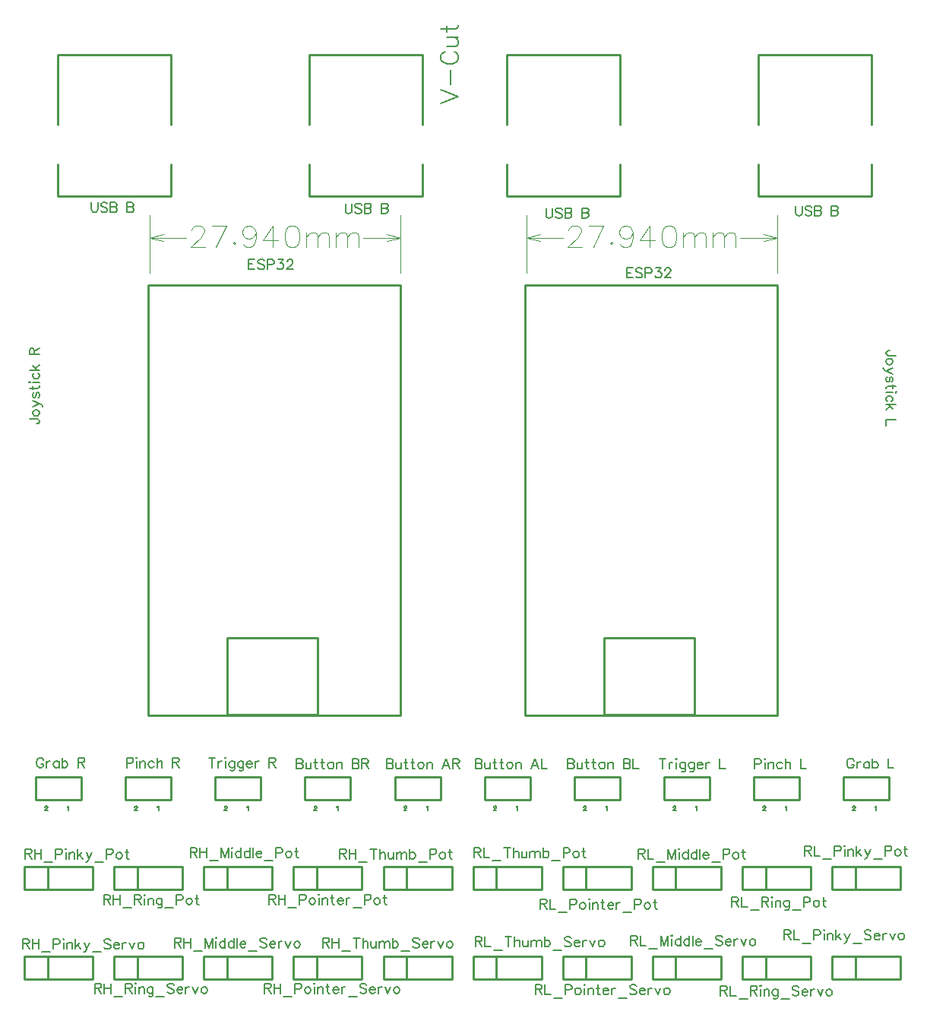
<source format=gto>
G04 Layer: TopSilkscreenLayer*
G04 EasyEDA v6.5.15, 2022-10-09 18:36:16*
G04 2a5d3d0542d34b858b2f245c142da422,939f56e90c3d43cda586b760d259c3b5,10*
G04 Gerber Generator version 0.2*
G04 Scale: 100 percent, Rotated: No, Reflected: No *
G04 Dimensions in millimeters *
G04 leading zeros omitted , absolute positions ,4 integer and 5 decimal *
%FSLAX45Y45*%
%MOMM*%

%ADD10C,0.2032*%
%ADD11C,0.1524*%
%ADD12C,0.1016*%
%ADD13C,0.2540*%

%LPD*%
D10*
X4760722Y127000D02*
G01*
X4954524Y200913D01*
X4760722Y274828D02*
G01*
X4954524Y200913D01*
X4871465Y335787D02*
G01*
X4871465Y501904D01*
X4806950Y701547D02*
G01*
X4788408Y692150D01*
X4769865Y673862D01*
X4760722Y655320D01*
X4760722Y618489D01*
X4769865Y599947D01*
X4788408Y581405D01*
X4806950Y572262D01*
X4834636Y562863D01*
X4880609Y562863D01*
X4908550Y572262D01*
X4926838Y581405D01*
X4945379Y599947D01*
X4954524Y618489D01*
X4954524Y655320D01*
X4945379Y673862D01*
X4926838Y692150D01*
X4908550Y701547D01*
X4825238Y762507D02*
G01*
X4917693Y762507D01*
X4945379Y771652D01*
X4954524Y790194D01*
X4954524Y817879D01*
X4945379Y836421D01*
X4917693Y864107D01*
X4825238Y864107D02*
G01*
X4954524Y864107D01*
X4760722Y952754D02*
G01*
X4917693Y952754D01*
X4945379Y961897D01*
X4954524Y980439D01*
X4954524Y998981D01*
X4825238Y925068D02*
G01*
X4825238Y989584D01*
D11*
X4152900Y-7174484D02*
G01*
X4152900Y-7283450D01*
X4152900Y-7174484D02*
G01*
X4199636Y-7174484D01*
X4215129Y-7179563D01*
X4220463Y-7184897D01*
X4225543Y-7195312D01*
X4225543Y-7205726D01*
X4220463Y-7216139D01*
X4215129Y-7221220D01*
X4199636Y-7226300D01*
X4152900Y-7226300D02*
G01*
X4199636Y-7226300D01*
X4215129Y-7231634D01*
X4220463Y-7236713D01*
X4225543Y-7247128D01*
X4225543Y-7262876D01*
X4220463Y-7273289D01*
X4215129Y-7278370D01*
X4199636Y-7283450D01*
X4152900Y-7283450D01*
X4259834Y-7210805D02*
G01*
X4259834Y-7262876D01*
X4265168Y-7278370D01*
X4275581Y-7283450D01*
X4291075Y-7283450D01*
X4301490Y-7278370D01*
X4316984Y-7262876D01*
X4316984Y-7210805D02*
G01*
X4316984Y-7283450D01*
X4367022Y-7174484D02*
G01*
X4367022Y-7262876D01*
X4372102Y-7278370D01*
X4382515Y-7283450D01*
X4392929Y-7283450D01*
X4351274Y-7210805D02*
G01*
X4387850Y-7210805D01*
X4442713Y-7174484D02*
G01*
X4442713Y-7262876D01*
X4448047Y-7278370D01*
X4458461Y-7283450D01*
X4468875Y-7283450D01*
X4427220Y-7210805D02*
G01*
X4463541Y-7210805D01*
X4529074Y-7210805D02*
G01*
X4518659Y-7216139D01*
X4508245Y-7226300D01*
X4503165Y-7242047D01*
X4503165Y-7252462D01*
X4508245Y-7267955D01*
X4518659Y-7278370D01*
X4529074Y-7283450D01*
X4544568Y-7283450D01*
X4554981Y-7278370D01*
X4565395Y-7267955D01*
X4570729Y-7252462D01*
X4570729Y-7242047D01*
X4565395Y-7226300D01*
X4554981Y-7216139D01*
X4544568Y-7210805D01*
X4529074Y-7210805D01*
X4605020Y-7210805D02*
G01*
X4605020Y-7283450D01*
X4605020Y-7231634D02*
G01*
X4620513Y-7216139D01*
X4630927Y-7210805D01*
X4646422Y-7210805D01*
X4656836Y-7216139D01*
X4662170Y-7231634D01*
X4662170Y-7283450D01*
X4817872Y-7174484D02*
G01*
X4776470Y-7283450D01*
X4817872Y-7174484D02*
G01*
X4859527Y-7283450D01*
X4791963Y-7247128D02*
G01*
X4843779Y-7247128D01*
X4893818Y-7174484D02*
G01*
X4893818Y-7283450D01*
X4893818Y-7174484D02*
G01*
X4940554Y-7174484D01*
X4956047Y-7179563D01*
X4961381Y-7184897D01*
X4966461Y-7195312D01*
X4966461Y-7205726D01*
X4961381Y-7216139D01*
X4956047Y-7221220D01*
X4940554Y-7226300D01*
X4893818Y-7226300D01*
X4930140Y-7226300D02*
G01*
X4966461Y-7283450D01*
X4349877Y-7712329D02*
G01*
X4349877Y-7710043D01*
X4352163Y-7705470D01*
X4354449Y-7703185D01*
X4359020Y-7700898D01*
X4368418Y-7700898D01*
X4372990Y-7703185D01*
X4375277Y-7705470D01*
X4377563Y-7710043D01*
X4377563Y-7714614D01*
X4375277Y-7719440D01*
X4370704Y-7726298D01*
X4347590Y-7749412D01*
X4379849Y-7749412D01*
X4601590Y-7710043D02*
G01*
X4606163Y-7707756D01*
X4613020Y-7700898D01*
X4613020Y-7749412D01*
X3149600Y-7174484D02*
G01*
X3149600Y-7283450D01*
X3149600Y-7174484D02*
G01*
X3196336Y-7174484D01*
X3211829Y-7179563D01*
X3217163Y-7184897D01*
X3222243Y-7195312D01*
X3222243Y-7205726D01*
X3217163Y-7216139D01*
X3211829Y-7221220D01*
X3196336Y-7226300D01*
X3149600Y-7226300D02*
G01*
X3196336Y-7226300D01*
X3211829Y-7231634D01*
X3217163Y-7236713D01*
X3222243Y-7247128D01*
X3222243Y-7262876D01*
X3217163Y-7273289D01*
X3211829Y-7278370D01*
X3196336Y-7283450D01*
X3149600Y-7283450D01*
X3256534Y-7210805D02*
G01*
X3256534Y-7262876D01*
X3261868Y-7278370D01*
X3272281Y-7283450D01*
X3287775Y-7283450D01*
X3298190Y-7278370D01*
X3313684Y-7262876D01*
X3313684Y-7210805D02*
G01*
X3313684Y-7283450D01*
X3363722Y-7174484D02*
G01*
X3363722Y-7262876D01*
X3368802Y-7278370D01*
X3379215Y-7283450D01*
X3389629Y-7283450D01*
X3347974Y-7210805D02*
G01*
X3384550Y-7210805D01*
X3439413Y-7174484D02*
G01*
X3439413Y-7262876D01*
X3444747Y-7278370D01*
X3455161Y-7283450D01*
X3465575Y-7283450D01*
X3423920Y-7210805D02*
G01*
X3460241Y-7210805D01*
X3525774Y-7210805D02*
G01*
X3515359Y-7216139D01*
X3504945Y-7226300D01*
X3499865Y-7242047D01*
X3499865Y-7252462D01*
X3504945Y-7267955D01*
X3515359Y-7278370D01*
X3525774Y-7283450D01*
X3541268Y-7283450D01*
X3551681Y-7278370D01*
X3562095Y-7267955D01*
X3567429Y-7252462D01*
X3567429Y-7242047D01*
X3562095Y-7226300D01*
X3551681Y-7216139D01*
X3541268Y-7210805D01*
X3525774Y-7210805D01*
X3601720Y-7210805D02*
G01*
X3601720Y-7283450D01*
X3601720Y-7231634D02*
G01*
X3617213Y-7216139D01*
X3627627Y-7210805D01*
X3643122Y-7210805D01*
X3653536Y-7216139D01*
X3658870Y-7231634D01*
X3658870Y-7283450D01*
X3773170Y-7174484D02*
G01*
X3773170Y-7283450D01*
X3773170Y-7174484D02*
G01*
X3819906Y-7174484D01*
X3835400Y-7179563D01*
X3840479Y-7184897D01*
X3845813Y-7195312D01*
X3845813Y-7205726D01*
X3840479Y-7216139D01*
X3835400Y-7221220D01*
X3819906Y-7226300D01*
X3773170Y-7226300D02*
G01*
X3819906Y-7226300D01*
X3835400Y-7231634D01*
X3840479Y-7236713D01*
X3845813Y-7247128D01*
X3845813Y-7262876D01*
X3840479Y-7273289D01*
X3835400Y-7278370D01*
X3819906Y-7283450D01*
X3773170Y-7283450D01*
X3880104Y-7174484D02*
G01*
X3880104Y-7283450D01*
X3880104Y-7174484D02*
G01*
X3926840Y-7174484D01*
X3942334Y-7179563D01*
X3947668Y-7184897D01*
X3952747Y-7195312D01*
X3952747Y-7205726D01*
X3947668Y-7216139D01*
X3942334Y-7221220D01*
X3926840Y-7226300D01*
X3880104Y-7226300D01*
X3916425Y-7226300D02*
G01*
X3952747Y-7283450D01*
X3349879Y-7712329D02*
G01*
X3349879Y-7710043D01*
X3352165Y-7705470D01*
X3354450Y-7703185D01*
X3359022Y-7700898D01*
X3368420Y-7700898D01*
X3372993Y-7703185D01*
X3375279Y-7705470D01*
X3377565Y-7710043D01*
X3377565Y-7714614D01*
X3375279Y-7719440D01*
X3370706Y-7726298D01*
X3347593Y-7749412D01*
X3379850Y-7749412D01*
X3601593Y-7710043D02*
G01*
X3606165Y-7707756D01*
X3613022Y-7700898D01*
X3613022Y-7749412D01*
X2208022Y-7161784D02*
G01*
X2208022Y-7270750D01*
X2171700Y-7161784D02*
G01*
X2244343Y-7161784D01*
X2278634Y-7198105D02*
G01*
X2278634Y-7270750D01*
X2278634Y-7229347D02*
G01*
X2283968Y-7213600D01*
X2294381Y-7203439D01*
X2304795Y-7198105D01*
X2320290Y-7198105D01*
X2354579Y-7161784D02*
G01*
X2359659Y-7166863D01*
X2364993Y-7161784D01*
X2359659Y-7156450D01*
X2354579Y-7161784D01*
X2359659Y-7198105D02*
G01*
X2359659Y-7270750D01*
X2461513Y-7198105D02*
G01*
X2461513Y-7281163D01*
X2456434Y-7296912D01*
X2451100Y-7301992D01*
X2440940Y-7307326D01*
X2425191Y-7307326D01*
X2414777Y-7301992D01*
X2461513Y-7213600D02*
G01*
X2451100Y-7203439D01*
X2440940Y-7198105D01*
X2425191Y-7198105D01*
X2414777Y-7203439D01*
X2404363Y-7213600D01*
X2399284Y-7229347D01*
X2399284Y-7239762D01*
X2404363Y-7255255D01*
X2414777Y-7265670D01*
X2425191Y-7270750D01*
X2440940Y-7270750D01*
X2451100Y-7265670D01*
X2461513Y-7255255D01*
X2558288Y-7198105D02*
G01*
X2558288Y-7281163D01*
X2552954Y-7296912D01*
X2547874Y-7301992D01*
X2537459Y-7307326D01*
X2521965Y-7307326D01*
X2511552Y-7301992D01*
X2558288Y-7213600D02*
G01*
X2547874Y-7203439D01*
X2537459Y-7198105D01*
X2521965Y-7198105D01*
X2511552Y-7203439D01*
X2501138Y-7213600D01*
X2495804Y-7229347D01*
X2495804Y-7239762D01*
X2501138Y-7255255D01*
X2511552Y-7265670D01*
X2521965Y-7270750D01*
X2537459Y-7270750D01*
X2547874Y-7265670D01*
X2558288Y-7255255D01*
X2592577Y-7229347D02*
G01*
X2654808Y-7229347D01*
X2654808Y-7218934D01*
X2649727Y-7208520D01*
X2644393Y-7203439D01*
X2633979Y-7198105D01*
X2618486Y-7198105D01*
X2608072Y-7203439D01*
X2597658Y-7213600D01*
X2592577Y-7229347D01*
X2592577Y-7239762D01*
X2597658Y-7255255D01*
X2608072Y-7265670D01*
X2618486Y-7270750D01*
X2633979Y-7270750D01*
X2644393Y-7265670D01*
X2654808Y-7255255D01*
X2689097Y-7198105D02*
G01*
X2689097Y-7270750D01*
X2689097Y-7229347D02*
G01*
X2694431Y-7213600D01*
X2704845Y-7203439D01*
X2715259Y-7198105D01*
X2730754Y-7198105D01*
X2845054Y-7161784D02*
G01*
X2845054Y-7270750D01*
X2845054Y-7161784D02*
G01*
X2891790Y-7161784D01*
X2907284Y-7166863D01*
X2912618Y-7172197D01*
X2917697Y-7182612D01*
X2917697Y-7193026D01*
X2912618Y-7203439D01*
X2907284Y-7208520D01*
X2891790Y-7213600D01*
X2845054Y-7213600D01*
X2881375Y-7213600D02*
G01*
X2917697Y-7270750D01*
X2349881Y-7712329D02*
G01*
X2349881Y-7710043D01*
X2352166Y-7705470D01*
X2354452Y-7703185D01*
X2359025Y-7700898D01*
X2368422Y-7700898D01*
X2372995Y-7703185D01*
X2375281Y-7705470D01*
X2377566Y-7710043D01*
X2377566Y-7714614D01*
X2375281Y-7719440D01*
X2370709Y-7726298D01*
X2347595Y-7749412D01*
X2379852Y-7749412D01*
X2601595Y-7710043D02*
G01*
X2606166Y-7707756D01*
X2613025Y-7700898D01*
X2613025Y-7749412D01*
X331978Y-7187692D02*
G01*
X326644Y-7177278D01*
X316229Y-7166863D01*
X306070Y-7161784D01*
X285242Y-7161784D01*
X274828Y-7166863D01*
X264413Y-7177278D01*
X259079Y-7187692D01*
X254000Y-7203439D01*
X254000Y-7229347D01*
X259079Y-7244842D01*
X264413Y-7255255D01*
X274828Y-7265670D01*
X285242Y-7270750D01*
X306070Y-7270750D01*
X316229Y-7265670D01*
X326644Y-7255255D01*
X331978Y-7244842D01*
X331978Y-7229347D01*
X306070Y-7229347D02*
G01*
X331978Y-7229347D01*
X366268Y-7198105D02*
G01*
X366268Y-7270750D01*
X366268Y-7229347D02*
G01*
X371347Y-7213600D01*
X381762Y-7203439D01*
X392176Y-7198105D01*
X407670Y-7198105D01*
X504444Y-7198105D02*
G01*
X504444Y-7270750D01*
X504444Y-7213600D02*
G01*
X494029Y-7203439D01*
X483615Y-7198105D01*
X468121Y-7198105D01*
X457707Y-7203439D01*
X447294Y-7213600D01*
X441960Y-7229347D01*
X441960Y-7239762D01*
X447294Y-7255255D01*
X457707Y-7265670D01*
X468121Y-7270750D01*
X483615Y-7270750D01*
X494029Y-7265670D01*
X504444Y-7255255D01*
X538734Y-7161784D02*
G01*
X538734Y-7270750D01*
X538734Y-7213600D02*
G01*
X549147Y-7203439D01*
X559562Y-7198105D01*
X575055Y-7198105D01*
X585470Y-7203439D01*
X595884Y-7213600D01*
X600963Y-7229347D01*
X600963Y-7239762D01*
X595884Y-7255255D01*
X585470Y-7265670D01*
X575055Y-7270750D01*
X559562Y-7270750D01*
X549147Y-7265670D01*
X538734Y-7255255D01*
X715263Y-7161784D02*
G01*
X715263Y-7270750D01*
X715263Y-7161784D02*
G01*
X762000Y-7161784D01*
X777747Y-7166863D01*
X782828Y-7172197D01*
X788162Y-7182612D01*
X788162Y-7193026D01*
X782828Y-7203439D01*
X777747Y-7208520D01*
X762000Y-7213600D01*
X715263Y-7213600D01*
X751839Y-7213600D02*
G01*
X788162Y-7270750D01*
X349885Y-7712329D02*
G01*
X349885Y-7710043D01*
X352170Y-7705470D01*
X354456Y-7703185D01*
X359029Y-7700898D01*
X368427Y-7700898D01*
X372998Y-7703185D01*
X375285Y-7705470D01*
X377570Y-7710043D01*
X377570Y-7714614D01*
X375285Y-7719440D01*
X370712Y-7726298D01*
X347598Y-7749412D01*
X379856Y-7749412D01*
X601598Y-7710043D02*
G01*
X606170Y-7707756D01*
X613029Y-7700898D01*
X613029Y-7749412D01*
X1257300Y-7161784D02*
G01*
X1257300Y-7270750D01*
X1257300Y-7161784D02*
G01*
X1304036Y-7161784D01*
X1319529Y-7166863D01*
X1324863Y-7172197D01*
X1329944Y-7182612D01*
X1329944Y-7198105D01*
X1324863Y-7208520D01*
X1319529Y-7213600D01*
X1304036Y-7218934D01*
X1257300Y-7218934D01*
X1364234Y-7161784D02*
G01*
X1369568Y-7166863D01*
X1374647Y-7161784D01*
X1369568Y-7156450D01*
X1364234Y-7161784D01*
X1369568Y-7198105D02*
G01*
X1369568Y-7270750D01*
X1408937Y-7198105D02*
G01*
X1408937Y-7270750D01*
X1408937Y-7218934D02*
G01*
X1424686Y-7203439D01*
X1435100Y-7198105D01*
X1450594Y-7198105D01*
X1461007Y-7203439D01*
X1466087Y-7218934D01*
X1466087Y-7270750D01*
X1562862Y-7213600D02*
G01*
X1552447Y-7203439D01*
X1542034Y-7198105D01*
X1526539Y-7198105D01*
X1516126Y-7203439D01*
X1505712Y-7213600D01*
X1500378Y-7229347D01*
X1500378Y-7239762D01*
X1505712Y-7255255D01*
X1516126Y-7265670D01*
X1526539Y-7270750D01*
X1542034Y-7270750D01*
X1552447Y-7265670D01*
X1562862Y-7255255D01*
X1597152Y-7161784D02*
G01*
X1597152Y-7270750D01*
X1597152Y-7218934D02*
G01*
X1612645Y-7203439D01*
X1623060Y-7198105D01*
X1638554Y-7198105D01*
X1648968Y-7203439D01*
X1654302Y-7218934D01*
X1654302Y-7270750D01*
X1768602Y-7161784D02*
G01*
X1768602Y-7270750D01*
X1768602Y-7161784D02*
G01*
X1815337Y-7161784D01*
X1830831Y-7166863D01*
X1836165Y-7172197D01*
X1841245Y-7182612D01*
X1841245Y-7193026D01*
X1836165Y-7203439D01*
X1830831Y-7208520D01*
X1815337Y-7213600D01*
X1768602Y-7213600D01*
X1804923Y-7213600D02*
G01*
X1841245Y-7270750D01*
X1349882Y-7712329D02*
G01*
X1349882Y-7710043D01*
X1352169Y-7705470D01*
X1354454Y-7703185D01*
X1359027Y-7700898D01*
X1368425Y-7700898D01*
X1372996Y-7703185D01*
X1375282Y-7705470D01*
X1377569Y-7710043D01*
X1377569Y-7714614D01*
X1375282Y-7719440D01*
X1370711Y-7726298D01*
X1347596Y-7749412D01*
X1379854Y-7749412D01*
X1601596Y-7710043D02*
G01*
X1606169Y-7707756D01*
X1613027Y-7700898D01*
X1613027Y-7749412D01*
X8258683Y-7174484D02*
G01*
X8258683Y-7283450D01*
X8258683Y-7174484D02*
G01*
X8305418Y-7174484D01*
X8320913Y-7179563D01*
X8326247Y-7184897D01*
X8331327Y-7195312D01*
X8331327Y-7210805D01*
X8326247Y-7221220D01*
X8320913Y-7226300D01*
X8305418Y-7231634D01*
X8258683Y-7231634D01*
X8365616Y-7174484D02*
G01*
X8370950Y-7179563D01*
X8376031Y-7174484D01*
X8370950Y-7169150D01*
X8365616Y-7174484D01*
X8370950Y-7210805D02*
G01*
X8370950Y-7283450D01*
X8410320Y-7210805D02*
G01*
X8410320Y-7283450D01*
X8410320Y-7231634D02*
G01*
X8426068Y-7216139D01*
X8436483Y-7210805D01*
X8451977Y-7210805D01*
X8462390Y-7216139D01*
X8467470Y-7231634D01*
X8467470Y-7283450D01*
X8564245Y-7226300D02*
G01*
X8553831Y-7216139D01*
X8543416Y-7210805D01*
X8527922Y-7210805D01*
X8517509Y-7216139D01*
X8507095Y-7226300D01*
X8501761Y-7242047D01*
X8501761Y-7252462D01*
X8507095Y-7267955D01*
X8517509Y-7278370D01*
X8527922Y-7283450D01*
X8543416Y-7283450D01*
X8553831Y-7278370D01*
X8564245Y-7267955D01*
X8598534Y-7174484D02*
G01*
X8598534Y-7283450D01*
X8598534Y-7231634D02*
G01*
X8614029Y-7216139D01*
X8624443Y-7210805D01*
X8639936Y-7210805D01*
X8650350Y-7216139D01*
X8655684Y-7231634D01*
X8655684Y-7283450D01*
X8769984Y-7174484D02*
G01*
X8769984Y-7283450D01*
X8769984Y-7283450D02*
G01*
X8832215Y-7283450D01*
X8349868Y-7712329D02*
G01*
X8349868Y-7710043D01*
X8352154Y-7705470D01*
X8354440Y-7703185D01*
X8359013Y-7700898D01*
X8368411Y-7700898D01*
X8372983Y-7703185D01*
X8375268Y-7705470D01*
X8377554Y-7710043D01*
X8377554Y-7714614D01*
X8375268Y-7719440D01*
X8370697Y-7726298D01*
X8347583Y-7749412D01*
X8379840Y-7749412D01*
X8601583Y-7710043D02*
G01*
X8606154Y-7707756D01*
X8613013Y-7700898D01*
X8613013Y-7749412D01*
X9362059Y-7194677D02*
G01*
X9356725Y-7184262D01*
X9346311Y-7173848D01*
X9336150Y-7168769D01*
X9315322Y-7168769D01*
X9304909Y-7173848D01*
X9294495Y-7184262D01*
X9289161Y-7194677D01*
X9284081Y-7210425D01*
X9284081Y-7236333D01*
X9289161Y-7251827D01*
X9294495Y-7262240D01*
X9304909Y-7272654D01*
X9315322Y-7277735D01*
X9336150Y-7277735D01*
X9346311Y-7272654D01*
X9356725Y-7262240D01*
X9362059Y-7251827D01*
X9362059Y-7236333D01*
X9336150Y-7236333D02*
G01*
X9362059Y-7236333D01*
X9396349Y-7205090D02*
G01*
X9396349Y-7277735D01*
X9396349Y-7236333D02*
G01*
X9401429Y-7220585D01*
X9411843Y-7210425D01*
X9422256Y-7205090D01*
X9437750Y-7205090D01*
X9534525Y-7205090D02*
G01*
X9534525Y-7277735D01*
X9534525Y-7220585D02*
G01*
X9524111Y-7210425D01*
X9513697Y-7205090D01*
X9498202Y-7205090D01*
X9487788Y-7210425D01*
X9477375Y-7220585D01*
X9472040Y-7236333D01*
X9472040Y-7246746D01*
X9477375Y-7262240D01*
X9487788Y-7272654D01*
X9498202Y-7277735D01*
X9513697Y-7277735D01*
X9524111Y-7272654D01*
X9534525Y-7262240D01*
X9568815Y-7168769D02*
G01*
X9568815Y-7277735D01*
X9568815Y-7220585D02*
G01*
X9579229Y-7210425D01*
X9589643Y-7205090D01*
X9605136Y-7205090D01*
X9615550Y-7210425D01*
X9625965Y-7220585D01*
X9631045Y-7236333D01*
X9631045Y-7246746D01*
X9625965Y-7262240D01*
X9615550Y-7272654D01*
X9605136Y-7277735D01*
X9589643Y-7277735D01*
X9579229Y-7272654D01*
X9568815Y-7262240D01*
X9745345Y-7168769D02*
G01*
X9745345Y-7277735D01*
X9745345Y-7277735D02*
G01*
X9807829Y-7277735D01*
X9349866Y-7712329D02*
G01*
X9349866Y-7710043D01*
X9352152Y-7705470D01*
X9354438Y-7703185D01*
X9359011Y-7700898D01*
X9368409Y-7700898D01*
X9372981Y-7703185D01*
X9375266Y-7705470D01*
X9377552Y-7710043D01*
X9377552Y-7714614D01*
X9375266Y-7719440D01*
X9370695Y-7726298D01*
X9347581Y-7749412D01*
X9379838Y-7749412D01*
X9601581Y-7710043D02*
G01*
X9606152Y-7707756D01*
X9613011Y-7700898D01*
X9613011Y-7749412D01*
X7231506Y-7174484D02*
G01*
X7231506Y-7283450D01*
X7195184Y-7174484D02*
G01*
X7267829Y-7174484D01*
X7302118Y-7210805D02*
G01*
X7302118Y-7283450D01*
X7302118Y-7242047D02*
G01*
X7307452Y-7226300D01*
X7317866Y-7216139D01*
X7328281Y-7210805D01*
X7343775Y-7210805D01*
X7378065Y-7174484D02*
G01*
X7383145Y-7179563D01*
X7388479Y-7174484D01*
X7383145Y-7169150D01*
X7378065Y-7174484D01*
X7383145Y-7210805D02*
G01*
X7383145Y-7283450D01*
X7484999Y-7210805D02*
G01*
X7484999Y-7293863D01*
X7479918Y-7309612D01*
X7474584Y-7314692D01*
X7464425Y-7320026D01*
X7448677Y-7320026D01*
X7438263Y-7314692D01*
X7484999Y-7226300D02*
G01*
X7474584Y-7216139D01*
X7464425Y-7210805D01*
X7448677Y-7210805D01*
X7438263Y-7216139D01*
X7427849Y-7226300D01*
X7422768Y-7242047D01*
X7422768Y-7252462D01*
X7427849Y-7267955D01*
X7438263Y-7278370D01*
X7448677Y-7283450D01*
X7464425Y-7283450D01*
X7474584Y-7278370D01*
X7484999Y-7267955D01*
X7581772Y-7210805D02*
G01*
X7581772Y-7293863D01*
X7576438Y-7309612D01*
X7571359Y-7314692D01*
X7560945Y-7320026D01*
X7545450Y-7320026D01*
X7535036Y-7314692D01*
X7581772Y-7226300D02*
G01*
X7571359Y-7216139D01*
X7560945Y-7210805D01*
X7545450Y-7210805D01*
X7535036Y-7216139D01*
X7524622Y-7226300D01*
X7519288Y-7242047D01*
X7519288Y-7252462D01*
X7524622Y-7267955D01*
X7535036Y-7278370D01*
X7545450Y-7283450D01*
X7560945Y-7283450D01*
X7571359Y-7278370D01*
X7581772Y-7267955D01*
X7616063Y-7242047D02*
G01*
X7678293Y-7242047D01*
X7678293Y-7231634D01*
X7673213Y-7221220D01*
X7667879Y-7216139D01*
X7657465Y-7210805D01*
X7641970Y-7210805D01*
X7631556Y-7216139D01*
X7621143Y-7226300D01*
X7616063Y-7242047D01*
X7616063Y-7252462D01*
X7621143Y-7267955D01*
X7631556Y-7278370D01*
X7641970Y-7283450D01*
X7657465Y-7283450D01*
X7667879Y-7278370D01*
X7678293Y-7267955D01*
X7712583Y-7210805D02*
G01*
X7712583Y-7283450D01*
X7712583Y-7242047D02*
G01*
X7717916Y-7226300D01*
X7728331Y-7216139D01*
X7738745Y-7210805D01*
X7754238Y-7210805D01*
X7868538Y-7174484D02*
G01*
X7868538Y-7283450D01*
X7868538Y-7283450D02*
G01*
X7930768Y-7283450D01*
X7349870Y-7712329D02*
G01*
X7349870Y-7710043D01*
X7352156Y-7705470D01*
X7354443Y-7703185D01*
X7359015Y-7700898D01*
X7368413Y-7700898D01*
X7372984Y-7703185D01*
X7375270Y-7705470D01*
X7377556Y-7710043D01*
X7377556Y-7714614D01*
X7375270Y-7719440D01*
X7370699Y-7726298D01*
X7347584Y-7749412D01*
X7379843Y-7749412D01*
X7601584Y-7710043D02*
G01*
X7606156Y-7707756D01*
X7613015Y-7700898D01*
X7613015Y-7749412D01*
X6172200Y-7174484D02*
G01*
X6172200Y-7283450D01*
X6172200Y-7174484D02*
G01*
X6218936Y-7174484D01*
X6234429Y-7179563D01*
X6239763Y-7184897D01*
X6244843Y-7195312D01*
X6244843Y-7205726D01*
X6239763Y-7216139D01*
X6234429Y-7221220D01*
X6218936Y-7226300D01*
X6172200Y-7226300D02*
G01*
X6218936Y-7226300D01*
X6234429Y-7231634D01*
X6239763Y-7236713D01*
X6244843Y-7247128D01*
X6244843Y-7262876D01*
X6239763Y-7273289D01*
X6234429Y-7278370D01*
X6218936Y-7283450D01*
X6172200Y-7283450D01*
X6279134Y-7210805D02*
G01*
X6279134Y-7262876D01*
X6284468Y-7278370D01*
X6294881Y-7283450D01*
X6310375Y-7283450D01*
X6320790Y-7278370D01*
X6336284Y-7262876D01*
X6336284Y-7210805D02*
G01*
X6336284Y-7283450D01*
X6386322Y-7174484D02*
G01*
X6386322Y-7262876D01*
X6391402Y-7278370D01*
X6401815Y-7283450D01*
X6412229Y-7283450D01*
X6370574Y-7210805D02*
G01*
X6407150Y-7210805D01*
X6462013Y-7174484D02*
G01*
X6462013Y-7262876D01*
X6467347Y-7278370D01*
X6477761Y-7283450D01*
X6488175Y-7283450D01*
X6446520Y-7210805D02*
G01*
X6482841Y-7210805D01*
X6548374Y-7210805D02*
G01*
X6537959Y-7216139D01*
X6527545Y-7226300D01*
X6522465Y-7242047D01*
X6522465Y-7252462D01*
X6527545Y-7267955D01*
X6537959Y-7278370D01*
X6548374Y-7283450D01*
X6563868Y-7283450D01*
X6574281Y-7278370D01*
X6584695Y-7267955D01*
X6590029Y-7252462D01*
X6590029Y-7242047D01*
X6584695Y-7226300D01*
X6574281Y-7216139D01*
X6563868Y-7210805D01*
X6548374Y-7210805D01*
X6624320Y-7210805D02*
G01*
X6624320Y-7283450D01*
X6624320Y-7231634D02*
G01*
X6639813Y-7216139D01*
X6650227Y-7210805D01*
X6665722Y-7210805D01*
X6676136Y-7216139D01*
X6681470Y-7231634D01*
X6681470Y-7283450D01*
X6795770Y-7174484D02*
G01*
X6795770Y-7283450D01*
X6795770Y-7174484D02*
G01*
X6842506Y-7174484D01*
X6858000Y-7179563D01*
X6863079Y-7184897D01*
X6868413Y-7195312D01*
X6868413Y-7205726D01*
X6863079Y-7216139D01*
X6858000Y-7221220D01*
X6842506Y-7226300D01*
X6795770Y-7226300D02*
G01*
X6842506Y-7226300D01*
X6858000Y-7231634D01*
X6863079Y-7236713D01*
X6868413Y-7247128D01*
X6868413Y-7262876D01*
X6863079Y-7273289D01*
X6858000Y-7278370D01*
X6842506Y-7283450D01*
X6795770Y-7283450D01*
X6902704Y-7174484D02*
G01*
X6902704Y-7283450D01*
X6902704Y-7283450D02*
G01*
X6964934Y-7283450D01*
X6349872Y-7712329D02*
G01*
X6349872Y-7710043D01*
X6352159Y-7705470D01*
X6354445Y-7703185D01*
X6359016Y-7700898D01*
X6368415Y-7700898D01*
X6372986Y-7703185D01*
X6375272Y-7705470D01*
X6377559Y-7710043D01*
X6377559Y-7714614D01*
X6375272Y-7719440D01*
X6370700Y-7726298D01*
X6347586Y-7749412D01*
X6379845Y-7749412D01*
X6601586Y-7710043D02*
G01*
X6606159Y-7707756D01*
X6613016Y-7700898D01*
X6613016Y-7749412D01*
X5143500Y-7174484D02*
G01*
X5143500Y-7283450D01*
X5143500Y-7174484D02*
G01*
X5190236Y-7174484D01*
X5205729Y-7179563D01*
X5211063Y-7184897D01*
X5216143Y-7195312D01*
X5216143Y-7205726D01*
X5211063Y-7216139D01*
X5205729Y-7221220D01*
X5190236Y-7226300D01*
X5143500Y-7226300D02*
G01*
X5190236Y-7226300D01*
X5205729Y-7231634D01*
X5211063Y-7236713D01*
X5216143Y-7247128D01*
X5216143Y-7262876D01*
X5211063Y-7273289D01*
X5205729Y-7278370D01*
X5190236Y-7283450D01*
X5143500Y-7283450D01*
X5250434Y-7210805D02*
G01*
X5250434Y-7262876D01*
X5255768Y-7278370D01*
X5266181Y-7283450D01*
X5281675Y-7283450D01*
X5292090Y-7278370D01*
X5307584Y-7262876D01*
X5307584Y-7210805D02*
G01*
X5307584Y-7283450D01*
X5357622Y-7174484D02*
G01*
X5357622Y-7262876D01*
X5362702Y-7278370D01*
X5373115Y-7283450D01*
X5383529Y-7283450D01*
X5341874Y-7210805D02*
G01*
X5378450Y-7210805D01*
X5433313Y-7174484D02*
G01*
X5433313Y-7262876D01*
X5438647Y-7278370D01*
X5449061Y-7283450D01*
X5459475Y-7283450D01*
X5417820Y-7210805D02*
G01*
X5454141Y-7210805D01*
X5519674Y-7210805D02*
G01*
X5509259Y-7216139D01*
X5498845Y-7226300D01*
X5493765Y-7242047D01*
X5493765Y-7252462D01*
X5498845Y-7267955D01*
X5509259Y-7278370D01*
X5519674Y-7283450D01*
X5535168Y-7283450D01*
X5545581Y-7278370D01*
X5555995Y-7267955D01*
X5561329Y-7252462D01*
X5561329Y-7242047D01*
X5555995Y-7226300D01*
X5545581Y-7216139D01*
X5535168Y-7210805D01*
X5519674Y-7210805D01*
X5595620Y-7210805D02*
G01*
X5595620Y-7283450D01*
X5595620Y-7231634D02*
G01*
X5611113Y-7216139D01*
X5621527Y-7210805D01*
X5637022Y-7210805D01*
X5647436Y-7216139D01*
X5652770Y-7231634D01*
X5652770Y-7283450D01*
X5808472Y-7174484D02*
G01*
X5767070Y-7283450D01*
X5808472Y-7174484D02*
G01*
X5850127Y-7283450D01*
X5782563Y-7247128D02*
G01*
X5834379Y-7247128D01*
X5884418Y-7174484D02*
G01*
X5884418Y-7283450D01*
X5884418Y-7283450D02*
G01*
X5946647Y-7283450D01*
X5349875Y-7712329D02*
G01*
X5349875Y-7710043D01*
X5352161Y-7705470D01*
X5354447Y-7703185D01*
X5359018Y-7700898D01*
X5368416Y-7700898D01*
X5372988Y-7703185D01*
X5375275Y-7705470D01*
X5377561Y-7710043D01*
X5377561Y-7714614D01*
X5375275Y-7719440D01*
X5370702Y-7726298D01*
X5347588Y-7749412D01*
X5379847Y-7749412D01*
X5601588Y-7710043D02*
G01*
X5606161Y-7707756D01*
X5613018Y-7700898D01*
X5613018Y-7749412D01*
X863600Y-976884D02*
G01*
X863600Y-1054862D01*
X868679Y-1070355D01*
X879094Y-1080770D01*
X894842Y-1085850D01*
X905255Y-1085850D01*
X920750Y-1080770D01*
X931163Y-1070355D01*
X936244Y-1054862D01*
X936244Y-976884D01*
X1043431Y-992378D02*
G01*
X1033018Y-981963D01*
X1017270Y-976884D01*
X996695Y-976884D01*
X980947Y-981963D01*
X970534Y-992378D01*
X970534Y-1002792D01*
X975868Y-1013205D01*
X980947Y-1018539D01*
X991362Y-1023620D01*
X1022604Y-1034034D01*
X1033018Y-1039113D01*
X1038097Y-1044447D01*
X1043431Y-1054862D01*
X1043431Y-1070355D01*
X1033018Y-1080770D01*
X1017270Y-1085850D01*
X996695Y-1085850D01*
X980947Y-1080770D01*
X970534Y-1070355D01*
X1077721Y-976884D02*
G01*
X1077721Y-1085850D01*
X1077721Y-976884D02*
G01*
X1124457Y-976884D01*
X1139952Y-981963D01*
X1145286Y-987297D01*
X1150365Y-997712D01*
X1150365Y-1008126D01*
X1145286Y-1018539D01*
X1139952Y-1023620D01*
X1124457Y-1028700D01*
X1077721Y-1028700D02*
G01*
X1124457Y-1028700D01*
X1139952Y-1034034D01*
X1145286Y-1039113D01*
X1150365Y-1049528D01*
X1150365Y-1065276D01*
X1145286Y-1075689D01*
X1139952Y-1080770D01*
X1124457Y-1085850D01*
X1077721Y-1085850D01*
X1264665Y-976884D02*
G01*
X1264665Y-1085850D01*
X1264665Y-976884D02*
G01*
X1311402Y-976884D01*
X1327150Y-981963D01*
X1332229Y-987297D01*
X1337310Y-997712D01*
X1337310Y-1008126D01*
X1332229Y-1018539D01*
X1327150Y-1023620D01*
X1311402Y-1028700D01*
X1264665Y-1028700D02*
G01*
X1311402Y-1028700D01*
X1327150Y-1034034D01*
X1332229Y-1039113D01*
X1337310Y-1049528D01*
X1337310Y-1065276D01*
X1332229Y-1075689D01*
X1327150Y-1080770D01*
X1311402Y-1085850D01*
X1264665Y-1085850D01*
X3695700Y-989584D02*
G01*
X3695700Y-1067562D01*
X3700779Y-1083055D01*
X3711193Y-1093470D01*
X3726941Y-1098550D01*
X3737356Y-1098550D01*
X3752850Y-1093470D01*
X3763263Y-1083055D01*
X3768343Y-1067562D01*
X3768343Y-989584D01*
X3875531Y-1005078D02*
G01*
X3865118Y-994663D01*
X3849370Y-989584D01*
X3828795Y-989584D01*
X3813047Y-994663D01*
X3802634Y-1005078D01*
X3802634Y-1015492D01*
X3807968Y-1025905D01*
X3813047Y-1031239D01*
X3823461Y-1036320D01*
X3854704Y-1046734D01*
X3865118Y-1051813D01*
X3870197Y-1057147D01*
X3875531Y-1067562D01*
X3875531Y-1083055D01*
X3865118Y-1093470D01*
X3849370Y-1098550D01*
X3828795Y-1098550D01*
X3813047Y-1093470D01*
X3802634Y-1083055D01*
X3909822Y-989584D02*
G01*
X3909822Y-1098550D01*
X3909822Y-989584D02*
G01*
X3956558Y-989584D01*
X3972052Y-994663D01*
X3977386Y-999997D01*
X3982465Y-1010412D01*
X3982465Y-1020826D01*
X3977386Y-1031239D01*
X3972052Y-1036320D01*
X3956558Y-1041400D01*
X3909822Y-1041400D02*
G01*
X3956558Y-1041400D01*
X3972052Y-1046734D01*
X3977386Y-1051813D01*
X3982465Y-1062228D01*
X3982465Y-1077976D01*
X3977386Y-1088389D01*
X3972052Y-1093470D01*
X3956558Y-1098550D01*
X3909822Y-1098550D01*
X4096765Y-989584D02*
G01*
X4096765Y-1098550D01*
X4096765Y-989584D02*
G01*
X4143502Y-989584D01*
X4159250Y-994663D01*
X4164329Y-999997D01*
X4169409Y-1010412D01*
X4169409Y-1020826D01*
X4164329Y-1031239D01*
X4159250Y-1036320D01*
X4143502Y-1041400D01*
X4096765Y-1041400D02*
G01*
X4143502Y-1041400D01*
X4159250Y-1046734D01*
X4164329Y-1051813D01*
X4169409Y-1062228D01*
X4169409Y-1077976D01*
X4164329Y-1088389D01*
X4159250Y-1093470D01*
X4143502Y-1098550D01*
X4096765Y-1098550D01*
X5930900Y-1040384D02*
G01*
X5930900Y-1118362D01*
X5935979Y-1133855D01*
X5946393Y-1144270D01*
X5962141Y-1149350D01*
X5972556Y-1149350D01*
X5988050Y-1144270D01*
X5998463Y-1133855D01*
X6003543Y-1118362D01*
X6003543Y-1040384D01*
X6110731Y-1055878D02*
G01*
X6100318Y-1045463D01*
X6084570Y-1040384D01*
X6063995Y-1040384D01*
X6048247Y-1045463D01*
X6037834Y-1055878D01*
X6037834Y-1066292D01*
X6043168Y-1076705D01*
X6048247Y-1082039D01*
X6058661Y-1087120D01*
X6089904Y-1097534D01*
X6100318Y-1102613D01*
X6105397Y-1107947D01*
X6110731Y-1118362D01*
X6110731Y-1133855D01*
X6100318Y-1144270D01*
X6084570Y-1149350D01*
X6063995Y-1149350D01*
X6048247Y-1144270D01*
X6037834Y-1133855D01*
X6145022Y-1040384D02*
G01*
X6145022Y-1149350D01*
X6145022Y-1040384D02*
G01*
X6191758Y-1040384D01*
X6207252Y-1045463D01*
X6212586Y-1050797D01*
X6217665Y-1061212D01*
X6217665Y-1071626D01*
X6212586Y-1082039D01*
X6207252Y-1087120D01*
X6191758Y-1092200D01*
X6145022Y-1092200D02*
G01*
X6191758Y-1092200D01*
X6207252Y-1097534D01*
X6212586Y-1102613D01*
X6217665Y-1113028D01*
X6217665Y-1128776D01*
X6212586Y-1139189D01*
X6207252Y-1144270D01*
X6191758Y-1149350D01*
X6145022Y-1149350D01*
X6331965Y-1040384D02*
G01*
X6331965Y-1149350D01*
X6331965Y-1040384D02*
G01*
X6378702Y-1040384D01*
X6394450Y-1045463D01*
X6399529Y-1050797D01*
X6404609Y-1061212D01*
X6404609Y-1071626D01*
X6399529Y-1082039D01*
X6394450Y-1087120D01*
X6378702Y-1092200D01*
X6331965Y-1092200D02*
G01*
X6378702Y-1092200D01*
X6394450Y-1097534D01*
X6399529Y-1102613D01*
X6404609Y-1113028D01*
X6404609Y-1128776D01*
X6399529Y-1139189D01*
X6394450Y-1144270D01*
X6378702Y-1149350D01*
X6331965Y-1149350D01*
X8712200Y-1014984D02*
G01*
X8712200Y-1092962D01*
X8717279Y-1108455D01*
X8727693Y-1118870D01*
X8743441Y-1123950D01*
X8753856Y-1123950D01*
X8769350Y-1118870D01*
X8779763Y-1108455D01*
X8784843Y-1092962D01*
X8784843Y-1014984D01*
X8892031Y-1030478D02*
G01*
X8881618Y-1020063D01*
X8865870Y-1014984D01*
X8845295Y-1014984D01*
X8829547Y-1020063D01*
X8819134Y-1030478D01*
X8819134Y-1040892D01*
X8824468Y-1051305D01*
X8829547Y-1056639D01*
X8839961Y-1061720D01*
X8871204Y-1072134D01*
X8881618Y-1077213D01*
X8886697Y-1082547D01*
X8892031Y-1092962D01*
X8892031Y-1108455D01*
X8881618Y-1118870D01*
X8865870Y-1123950D01*
X8845295Y-1123950D01*
X8829547Y-1118870D01*
X8819134Y-1108455D01*
X8926322Y-1014984D02*
G01*
X8926322Y-1123950D01*
X8926322Y-1014984D02*
G01*
X8973058Y-1014984D01*
X8988552Y-1020063D01*
X8993886Y-1025397D01*
X8998965Y-1035812D01*
X8998965Y-1046226D01*
X8993886Y-1056639D01*
X8988552Y-1061720D01*
X8973058Y-1066800D01*
X8926322Y-1066800D02*
G01*
X8973058Y-1066800D01*
X8988552Y-1072134D01*
X8993886Y-1077213D01*
X8998965Y-1087628D01*
X8998965Y-1103376D01*
X8993886Y-1113789D01*
X8988552Y-1118870D01*
X8973058Y-1123950D01*
X8926322Y-1123950D01*
X9113265Y-1014984D02*
G01*
X9113265Y-1123950D01*
X9113265Y-1014984D02*
G01*
X9160002Y-1014984D01*
X9175750Y-1020063D01*
X9180829Y-1025397D01*
X9185909Y-1035812D01*
X9185909Y-1046226D01*
X9180829Y-1056639D01*
X9175750Y-1061720D01*
X9160002Y-1066800D01*
X9113265Y-1066800D02*
G01*
X9160002Y-1066800D01*
X9175750Y-1072134D01*
X9180829Y-1077213D01*
X9185909Y-1087628D01*
X9185909Y-1103376D01*
X9180829Y-1113789D01*
X9175750Y-1118870D01*
X9160002Y-1123950D01*
X9113265Y-1123950D01*
X127000Y-8177784D02*
G01*
X127000Y-8286750D01*
X127000Y-8177784D02*
G01*
X173736Y-8177784D01*
X189229Y-8182863D01*
X194563Y-8188197D01*
X199644Y-8198612D01*
X199644Y-8209026D01*
X194563Y-8219439D01*
X189229Y-8224520D01*
X173736Y-8229600D01*
X127000Y-8229600D01*
X163321Y-8229600D02*
G01*
X199644Y-8286750D01*
X233934Y-8177784D02*
G01*
X233934Y-8286750D01*
X306831Y-8177784D02*
G01*
X306831Y-8286750D01*
X233934Y-8229600D02*
G01*
X306831Y-8229600D01*
X341121Y-8323326D02*
G01*
X434594Y-8323326D01*
X468884Y-8177784D02*
G01*
X468884Y-8286750D01*
X468884Y-8177784D02*
G01*
X515620Y-8177784D01*
X531113Y-8182863D01*
X536447Y-8188197D01*
X541528Y-8198612D01*
X541528Y-8214105D01*
X536447Y-8224520D01*
X531113Y-8229600D01*
X515620Y-8234934D01*
X468884Y-8234934D01*
X575818Y-8177784D02*
G01*
X581152Y-8182863D01*
X586231Y-8177784D01*
X581152Y-8172450D01*
X575818Y-8177784D01*
X581152Y-8214105D02*
G01*
X581152Y-8286750D01*
X620521Y-8214105D02*
G01*
X620521Y-8286750D01*
X620521Y-8234934D02*
G01*
X636270Y-8219439D01*
X646429Y-8214105D01*
X662178Y-8214105D01*
X672592Y-8219439D01*
X677671Y-8234934D01*
X677671Y-8286750D01*
X711962Y-8177784D02*
G01*
X711962Y-8286750D01*
X764031Y-8214105D02*
G01*
X711962Y-8266176D01*
X732789Y-8245347D02*
G01*
X769112Y-8286750D01*
X808736Y-8214105D02*
G01*
X839723Y-8286750D01*
X870965Y-8214105D02*
G01*
X839723Y-8286750D01*
X829310Y-8307578D01*
X819150Y-8317992D01*
X808736Y-8323326D01*
X803402Y-8323326D01*
X905255Y-8323326D02*
G01*
X998728Y-8323326D01*
X1033018Y-8177784D02*
G01*
X1033018Y-8286750D01*
X1033018Y-8177784D02*
G01*
X1079754Y-8177784D01*
X1095502Y-8182863D01*
X1100581Y-8188197D01*
X1105915Y-8198612D01*
X1105915Y-8214105D01*
X1100581Y-8224520D01*
X1095502Y-8229600D01*
X1079754Y-8234934D01*
X1033018Y-8234934D01*
X1166113Y-8214105D02*
G01*
X1155700Y-8219439D01*
X1145286Y-8229600D01*
X1140205Y-8245347D01*
X1140205Y-8255762D01*
X1145286Y-8271255D01*
X1155700Y-8281670D01*
X1166113Y-8286750D01*
X1181607Y-8286750D01*
X1192021Y-8281670D01*
X1202436Y-8271255D01*
X1207770Y-8255762D01*
X1207770Y-8245347D01*
X1202436Y-8229600D01*
X1192021Y-8219439D01*
X1181607Y-8214105D01*
X1166113Y-8214105D01*
X1257554Y-8177784D02*
G01*
X1257554Y-8266176D01*
X1262634Y-8281670D01*
X1273047Y-8286750D01*
X1283462Y-8286750D01*
X1242060Y-8214105D02*
G01*
X1278381Y-8214105D01*
X1004696Y-8689467D02*
G01*
X1004696Y-8798433D01*
X1004696Y-8689467D02*
G01*
X1051432Y-8689467D01*
X1066927Y-8694546D01*
X1072261Y-8699880D01*
X1077340Y-8710295D01*
X1077340Y-8720709D01*
X1072261Y-8731122D01*
X1066927Y-8736203D01*
X1051432Y-8741283D01*
X1004696Y-8741283D01*
X1041019Y-8741283D02*
G01*
X1077340Y-8798433D01*
X1111630Y-8689467D02*
G01*
X1111630Y-8798433D01*
X1184529Y-8689467D02*
G01*
X1184529Y-8798433D01*
X1111630Y-8741283D02*
G01*
X1184529Y-8741283D01*
X1218819Y-8835009D02*
G01*
X1312290Y-8835009D01*
X1346580Y-8689467D02*
G01*
X1346580Y-8798433D01*
X1346580Y-8689467D02*
G01*
X1393317Y-8689467D01*
X1408811Y-8694546D01*
X1414145Y-8699880D01*
X1419225Y-8710295D01*
X1419225Y-8720709D01*
X1414145Y-8731122D01*
X1408811Y-8736203D01*
X1393317Y-8741283D01*
X1346580Y-8741283D01*
X1382903Y-8741283D02*
G01*
X1419225Y-8798433D01*
X1453514Y-8689467D02*
G01*
X1458848Y-8694546D01*
X1463929Y-8689467D01*
X1458848Y-8684133D01*
X1453514Y-8689467D01*
X1458848Y-8725788D02*
G01*
X1458848Y-8798433D01*
X1498219Y-8725788D02*
G01*
X1498219Y-8798433D01*
X1498219Y-8746617D02*
G01*
X1513967Y-8731122D01*
X1524127Y-8725788D01*
X1539875Y-8725788D01*
X1550288Y-8731122D01*
X1555369Y-8746617D01*
X1555369Y-8798433D01*
X1652143Y-8725788D02*
G01*
X1652143Y-8808846D01*
X1646809Y-8824595D01*
X1641729Y-8829675D01*
X1631314Y-8835009D01*
X1615567Y-8835009D01*
X1605406Y-8829675D01*
X1652143Y-8741283D02*
G01*
X1641729Y-8731122D01*
X1631314Y-8725788D01*
X1615567Y-8725788D01*
X1605406Y-8731122D01*
X1594993Y-8741283D01*
X1589659Y-8757030D01*
X1589659Y-8767445D01*
X1594993Y-8782938D01*
X1605406Y-8793353D01*
X1615567Y-8798433D01*
X1631314Y-8798433D01*
X1641729Y-8793353D01*
X1652143Y-8782938D01*
X1686432Y-8835009D02*
G01*
X1779904Y-8835009D01*
X1814195Y-8689467D02*
G01*
X1814195Y-8798433D01*
X1814195Y-8689467D02*
G01*
X1860930Y-8689467D01*
X1876425Y-8694546D01*
X1881759Y-8699880D01*
X1886838Y-8710295D01*
X1886838Y-8725788D01*
X1881759Y-8736203D01*
X1876425Y-8741283D01*
X1860930Y-8746617D01*
X1814195Y-8746617D01*
X1947036Y-8725788D02*
G01*
X1936877Y-8731122D01*
X1926462Y-8741283D01*
X1921129Y-8757030D01*
X1921129Y-8767445D01*
X1926462Y-8782938D01*
X1936877Y-8793353D01*
X1947036Y-8798433D01*
X1962784Y-8798433D01*
X1973199Y-8793353D01*
X1983613Y-8782938D01*
X1988693Y-8767445D01*
X1988693Y-8757030D01*
X1983613Y-8741283D01*
X1973199Y-8731122D01*
X1962784Y-8725788D01*
X1947036Y-8725788D01*
X2038477Y-8689467D02*
G01*
X2038477Y-8777859D01*
X2043811Y-8793353D01*
X2054225Y-8798433D01*
X2064638Y-8798433D01*
X2022983Y-8725788D02*
G01*
X2059304Y-8725788D01*
X1968500Y-8165084D02*
G01*
X1968500Y-8274050D01*
X1968500Y-8165084D02*
G01*
X2015236Y-8165084D01*
X2030729Y-8170163D01*
X2036063Y-8175497D01*
X2041143Y-8185912D01*
X2041143Y-8196326D01*
X2036063Y-8206739D01*
X2030729Y-8211820D01*
X2015236Y-8216900D01*
X1968500Y-8216900D01*
X2004822Y-8216900D02*
G01*
X2041143Y-8274050D01*
X2075434Y-8165084D02*
G01*
X2075434Y-8274050D01*
X2148331Y-8165084D02*
G01*
X2148331Y-8274050D01*
X2075434Y-8216900D02*
G01*
X2148331Y-8216900D01*
X2182622Y-8310626D02*
G01*
X2276093Y-8310626D01*
X2310384Y-8165084D02*
G01*
X2310384Y-8274050D01*
X2310384Y-8165084D02*
G01*
X2352040Y-8274050D01*
X2393441Y-8165084D02*
G01*
X2352040Y-8274050D01*
X2393441Y-8165084D02*
G01*
X2393441Y-8274050D01*
X2427731Y-8165084D02*
G01*
X2433065Y-8170163D01*
X2438145Y-8165084D01*
X2433065Y-8159750D01*
X2427731Y-8165084D01*
X2433065Y-8201405D02*
G01*
X2433065Y-8274050D01*
X2534920Y-8165084D02*
G01*
X2534920Y-8274050D01*
X2534920Y-8216900D02*
G01*
X2524506Y-8206739D01*
X2514091Y-8201405D01*
X2498343Y-8201405D01*
X2487929Y-8206739D01*
X2477770Y-8216900D01*
X2472436Y-8232647D01*
X2472436Y-8243062D01*
X2477770Y-8258555D01*
X2487929Y-8268970D01*
X2498343Y-8274050D01*
X2514091Y-8274050D01*
X2524506Y-8268970D01*
X2534920Y-8258555D01*
X2631440Y-8165084D02*
G01*
X2631440Y-8274050D01*
X2631440Y-8216900D02*
G01*
X2621025Y-8206739D01*
X2610611Y-8201405D01*
X2595118Y-8201405D01*
X2584704Y-8206739D01*
X2574290Y-8216900D01*
X2569209Y-8232647D01*
X2569209Y-8243062D01*
X2574290Y-8258555D01*
X2584704Y-8268970D01*
X2595118Y-8274050D01*
X2610611Y-8274050D01*
X2621025Y-8268970D01*
X2631440Y-8258555D01*
X2665729Y-8165084D02*
G01*
X2665729Y-8274050D01*
X2700020Y-8232647D02*
G01*
X2762250Y-8232647D01*
X2762250Y-8222234D01*
X2757170Y-8211820D01*
X2752090Y-8206739D01*
X2741675Y-8201405D01*
X2725927Y-8201405D01*
X2715513Y-8206739D01*
X2705100Y-8216900D01*
X2700020Y-8232647D01*
X2700020Y-8243062D01*
X2705100Y-8258555D01*
X2715513Y-8268970D01*
X2725927Y-8274050D01*
X2741675Y-8274050D01*
X2752090Y-8268970D01*
X2762250Y-8258555D01*
X2796540Y-8310626D02*
G01*
X2890265Y-8310626D01*
X2924556Y-8165084D02*
G01*
X2924556Y-8274050D01*
X2924556Y-8165084D02*
G01*
X2971291Y-8165084D01*
X2986786Y-8170163D01*
X2992120Y-8175497D01*
X2997200Y-8185912D01*
X2997200Y-8201405D01*
X2992120Y-8211820D01*
X2986786Y-8216900D01*
X2971291Y-8222234D01*
X2924556Y-8222234D01*
X3057397Y-8201405D02*
G01*
X3046984Y-8206739D01*
X3036570Y-8216900D01*
X3031490Y-8232647D01*
X3031490Y-8243062D01*
X3036570Y-8258555D01*
X3046984Y-8268970D01*
X3057397Y-8274050D01*
X3073145Y-8274050D01*
X3083559Y-8268970D01*
X3093720Y-8258555D01*
X3099054Y-8243062D01*
X3099054Y-8232647D01*
X3093720Y-8216900D01*
X3083559Y-8206739D01*
X3073145Y-8201405D01*
X3057397Y-8201405D01*
X3148838Y-8165084D02*
G01*
X3148838Y-8253476D01*
X3154172Y-8268970D01*
X3164586Y-8274050D01*
X3175000Y-8274050D01*
X3133343Y-8201405D02*
G01*
X3169665Y-8201405D01*
X2844800Y-8685784D02*
G01*
X2844800Y-8794750D01*
X2844800Y-8685784D02*
G01*
X2891536Y-8685784D01*
X2907029Y-8690863D01*
X2912363Y-8696197D01*
X2917443Y-8706612D01*
X2917443Y-8717026D01*
X2912363Y-8727439D01*
X2907029Y-8732520D01*
X2891536Y-8737600D01*
X2844800Y-8737600D01*
X2881122Y-8737600D02*
G01*
X2917443Y-8794750D01*
X2951734Y-8685784D02*
G01*
X2951734Y-8794750D01*
X3024631Y-8685784D02*
G01*
X3024631Y-8794750D01*
X2951734Y-8737600D02*
G01*
X3024631Y-8737600D01*
X3058922Y-8831326D02*
G01*
X3152393Y-8831326D01*
X3186684Y-8685784D02*
G01*
X3186684Y-8794750D01*
X3186684Y-8685784D02*
G01*
X3233420Y-8685784D01*
X3248913Y-8690863D01*
X3254247Y-8696197D01*
X3259327Y-8706612D01*
X3259327Y-8722105D01*
X3254247Y-8732520D01*
X3248913Y-8737600D01*
X3233420Y-8742934D01*
X3186684Y-8742934D01*
X3319779Y-8722105D02*
G01*
X3309365Y-8727439D01*
X3298952Y-8737600D01*
X3293618Y-8753347D01*
X3293618Y-8763762D01*
X3298952Y-8779255D01*
X3309365Y-8789670D01*
X3319779Y-8794750D01*
X3335274Y-8794750D01*
X3345688Y-8789670D01*
X3356102Y-8779255D01*
X3361181Y-8763762D01*
X3361181Y-8753347D01*
X3356102Y-8737600D01*
X3345688Y-8727439D01*
X3335274Y-8722105D01*
X3319779Y-8722105D01*
X3395472Y-8685784D02*
G01*
X3400806Y-8690863D01*
X3405886Y-8685784D01*
X3400806Y-8680450D01*
X3395472Y-8685784D01*
X3400806Y-8722105D02*
G01*
X3400806Y-8794750D01*
X3440175Y-8722105D02*
G01*
X3440175Y-8794750D01*
X3440175Y-8742934D02*
G01*
X3455670Y-8727439D01*
X3466084Y-8722105D01*
X3481831Y-8722105D01*
X3492245Y-8727439D01*
X3497325Y-8742934D01*
X3497325Y-8794750D01*
X3547109Y-8685784D02*
G01*
X3547109Y-8774176D01*
X3552443Y-8789670D01*
X3562858Y-8794750D01*
X3573272Y-8794750D01*
X3531615Y-8722105D02*
G01*
X3567938Y-8722105D01*
X3607561Y-8753347D02*
G01*
X3669791Y-8753347D01*
X3669791Y-8742934D01*
X3664711Y-8732520D01*
X3659377Y-8727439D01*
X3648963Y-8722105D01*
X3633470Y-8722105D01*
X3623056Y-8727439D01*
X3612641Y-8737600D01*
X3607561Y-8753347D01*
X3607561Y-8763762D01*
X3612641Y-8779255D01*
X3623056Y-8789670D01*
X3633470Y-8794750D01*
X3648963Y-8794750D01*
X3659377Y-8789670D01*
X3669791Y-8779255D01*
X3704081Y-8722105D02*
G01*
X3704081Y-8794750D01*
X3704081Y-8753347D02*
G01*
X3709415Y-8737600D01*
X3719829Y-8727439D01*
X3729990Y-8722105D01*
X3745738Y-8722105D01*
X3780027Y-8831326D02*
G01*
X3873500Y-8831326D01*
X3907790Y-8685784D02*
G01*
X3907790Y-8794750D01*
X3907790Y-8685784D02*
G01*
X3954525Y-8685784D01*
X3970020Y-8690863D01*
X3975354Y-8696197D01*
X3980434Y-8706612D01*
X3980434Y-8722105D01*
X3975354Y-8732520D01*
X3970020Y-8737600D01*
X3954525Y-8742934D01*
X3907790Y-8742934D01*
X4040886Y-8722105D02*
G01*
X4030472Y-8727439D01*
X4020058Y-8737600D01*
X4014724Y-8753347D01*
X4014724Y-8763762D01*
X4020058Y-8779255D01*
X4030472Y-8789670D01*
X4040886Y-8794750D01*
X4056379Y-8794750D01*
X4066793Y-8789670D01*
X4077208Y-8779255D01*
X4082288Y-8763762D01*
X4082288Y-8753347D01*
X4077208Y-8737600D01*
X4066793Y-8727439D01*
X4056379Y-8722105D01*
X4040886Y-8722105D01*
X4132325Y-8685784D02*
G01*
X4132325Y-8774176D01*
X4137406Y-8789670D01*
X4147820Y-8794750D01*
X4158234Y-8794750D01*
X4116577Y-8722105D02*
G01*
X4152900Y-8722105D01*
X3632200Y-8177784D02*
G01*
X3632200Y-8286750D01*
X3632200Y-8177784D02*
G01*
X3678936Y-8177784D01*
X3694429Y-8182863D01*
X3699763Y-8188197D01*
X3704843Y-8198612D01*
X3704843Y-8209026D01*
X3699763Y-8219439D01*
X3694429Y-8224520D01*
X3678936Y-8229600D01*
X3632200Y-8229600D01*
X3668522Y-8229600D02*
G01*
X3704843Y-8286750D01*
X3739134Y-8177784D02*
G01*
X3739134Y-8286750D01*
X3812031Y-8177784D02*
G01*
X3812031Y-8286750D01*
X3739134Y-8229600D02*
G01*
X3812031Y-8229600D01*
X3846322Y-8323326D02*
G01*
X3939793Y-8323326D01*
X4010406Y-8177784D02*
G01*
X4010406Y-8286750D01*
X3974084Y-8177784D02*
G01*
X4046727Y-8177784D01*
X4081018Y-8177784D02*
G01*
X4081018Y-8286750D01*
X4081018Y-8234934D02*
G01*
X4096765Y-8219439D01*
X4107179Y-8214105D01*
X4122674Y-8214105D01*
X4133088Y-8219439D01*
X4138168Y-8234934D01*
X4138168Y-8286750D01*
X4172458Y-8214105D02*
G01*
X4172458Y-8266176D01*
X4177791Y-8281670D01*
X4188206Y-8286750D01*
X4203700Y-8286750D01*
X4214113Y-8281670D01*
X4229608Y-8266176D01*
X4229608Y-8214105D02*
G01*
X4229608Y-8286750D01*
X4263897Y-8214105D02*
G01*
X4263897Y-8286750D01*
X4263897Y-8234934D02*
G01*
X4279645Y-8219439D01*
X4290059Y-8214105D01*
X4305554Y-8214105D01*
X4315968Y-8219439D01*
X4321047Y-8234934D01*
X4321047Y-8286750D01*
X4321047Y-8234934D02*
G01*
X4336795Y-8219439D01*
X4347209Y-8214105D01*
X4362704Y-8214105D01*
X4373118Y-8219439D01*
X4378197Y-8234934D01*
X4378197Y-8286750D01*
X4412488Y-8177784D02*
G01*
X4412488Y-8286750D01*
X4412488Y-8229600D02*
G01*
X4422902Y-8219439D01*
X4433315Y-8214105D01*
X4448809Y-8214105D01*
X4459224Y-8219439D01*
X4469638Y-8229600D01*
X4474972Y-8245347D01*
X4474972Y-8255762D01*
X4469638Y-8271255D01*
X4459224Y-8281670D01*
X4448809Y-8286750D01*
X4433315Y-8286750D01*
X4422902Y-8281670D01*
X4412488Y-8271255D01*
X4509261Y-8323326D02*
G01*
X4602734Y-8323326D01*
X4637024Y-8177784D02*
G01*
X4637024Y-8286750D01*
X4637024Y-8177784D02*
G01*
X4683759Y-8177784D01*
X4699254Y-8182863D01*
X4704588Y-8188197D01*
X4709668Y-8198612D01*
X4709668Y-8214105D01*
X4704588Y-8224520D01*
X4699254Y-8229600D01*
X4683759Y-8234934D01*
X4637024Y-8234934D01*
X4770120Y-8214105D02*
G01*
X4759706Y-8219439D01*
X4749291Y-8229600D01*
X4743958Y-8245347D01*
X4743958Y-8255762D01*
X4749291Y-8271255D01*
X4759706Y-8281670D01*
X4770120Y-8286750D01*
X4785613Y-8286750D01*
X4796027Y-8281670D01*
X4806441Y-8271255D01*
X4811522Y-8255762D01*
X4811522Y-8245347D01*
X4806441Y-8229600D01*
X4796027Y-8219439D01*
X4785613Y-8214105D01*
X4770120Y-8214105D01*
X4861559Y-8177784D02*
G01*
X4861559Y-8266176D01*
X4866640Y-8281670D01*
X4877054Y-8286750D01*
X4887468Y-8286750D01*
X4845811Y-8214105D02*
G01*
X4882134Y-8214105D01*
X5130800Y-8165084D02*
G01*
X5130800Y-8274050D01*
X5130800Y-8165084D02*
G01*
X5177536Y-8165084D01*
X5193029Y-8170163D01*
X5198363Y-8175497D01*
X5203443Y-8185912D01*
X5203443Y-8196326D01*
X5198363Y-8206739D01*
X5193029Y-8211820D01*
X5177536Y-8216900D01*
X5130800Y-8216900D01*
X5167122Y-8216900D02*
G01*
X5203443Y-8274050D01*
X5237734Y-8165084D02*
G01*
X5237734Y-8274050D01*
X5237734Y-8274050D02*
G01*
X5300218Y-8274050D01*
X5334508Y-8310626D02*
G01*
X5427979Y-8310626D01*
X5498591Y-8165084D02*
G01*
X5498591Y-8274050D01*
X5462270Y-8165084D02*
G01*
X5534913Y-8165084D01*
X5569204Y-8165084D02*
G01*
X5569204Y-8274050D01*
X5569204Y-8222234D02*
G01*
X5584952Y-8206739D01*
X5595365Y-8201405D01*
X5610859Y-8201405D01*
X5621274Y-8206739D01*
X5626354Y-8222234D01*
X5626354Y-8274050D01*
X5660643Y-8201405D02*
G01*
X5660643Y-8253476D01*
X5665977Y-8268970D01*
X5676391Y-8274050D01*
X5691886Y-8274050D01*
X5702300Y-8268970D01*
X5717793Y-8253476D01*
X5717793Y-8201405D02*
G01*
X5717793Y-8274050D01*
X5752084Y-8201405D02*
G01*
X5752084Y-8274050D01*
X5752084Y-8222234D02*
G01*
X5767831Y-8206739D01*
X5778245Y-8201405D01*
X5793740Y-8201405D01*
X5804154Y-8206739D01*
X5809234Y-8222234D01*
X5809234Y-8274050D01*
X5809234Y-8222234D02*
G01*
X5824981Y-8206739D01*
X5835395Y-8201405D01*
X5850890Y-8201405D01*
X5861304Y-8206739D01*
X5866384Y-8222234D01*
X5866384Y-8274050D01*
X5900674Y-8165084D02*
G01*
X5900674Y-8274050D01*
X5900674Y-8216900D02*
G01*
X5911088Y-8206739D01*
X5921502Y-8201405D01*
X5937250Y-8201405D01*
X5947409Y-8206739D01*
X5957824Y-8216900D01*
X5963158Y-8232647D01*
X5963158Y-8243062D01*
X5957824Y-8258555D01*
X5947409Y-8268970D01*
X5937250Y-8274050D01*
X5921502Y-8274050D01*
X5911088Y-8268970D01*
X5900674Y-8258555D01*
X5997447Y-8310626D02*
G01*
X6090920Y-8310626D01*
X6125209Y-8165084D02*
G01*
X6125209Y-8274050D01*
X6125209Y-8165084D02*
G01*
X6171945Y-8165084D01*
X6187440Y-8170163D01*
X6192774Y-8175497D01*
X6197854Y-8185912D01*
X6197854Y-8201405D01*
X6192774Y-8211820D01*
X6187440Y-8216900D01*
X6171945Y-8222234D01*
X6125209Y-8222234D01*
X6258306Y-8201405D02*
G01*
X6247891Y-8206739D01*
X6237477Y-8216900D01*
X6232143Y-8232647D01*
X6232143Y-8243062D01*
X6237477Y-8258555D01*
X6247891Y-8268970D01*
X6258306Y-8274050D01*
X6273800Y-8274050D01*
X6284213Y-8268970D01*
X6294627Y-8258555D01*
X6299708Y-8243062D01*
X6299708Y-8232647D01*
X6294627Y-8216900D01*
X6284213Y-8206739D01*
X6273800Y-8201405D01*
X6258306Y-8201405D01*
X6349745Y-8165084D02*
G01*
X6349745Y-8253476D01*
X6354825Y-8268970D01*
X6365240Y-8274050D01*
X6375654Y-8274050D01*
X6333997Y-8201405D02*
G01*
X6370320Y-8201405D01*
X5867400Y-8736584D02*
G01*
X5867400Y-8845550D01*
X5867400Y-8736584D02*
G01*
X5914136Y-8736584D01*
X5929629Y-8741663D01*
X5934963Y-8746997D01*
X5940043Y-8757412D01*
X5940043Y-8767826D01*
X5934963Y-8778239D01*
X5929629Y-8783320D01*
X5914136Y-8788400D01*
X5867400Y-8788400D01*
X5903722Y-8788400D02*
G01*
X5940043Y-8845550D01*
X5974334Y-8736584D02*
G01*
X5974334Y-8845550D01*
X5974334Y-8845550D02*
G01*
X6036818Y-8845550D01*
X6071108Y-8882126D02*
G01*
X6164579Y-8882126D01*
X6198870Y-8736584D02*
G01*
X6198870Y-8845550D01*
X6198870Y-8736584D02*
G01*
X6245606Y-8736584D01*
X6261100Y-8741663D01*
X6266434Y-8746997D01*
X6271513Y-8757412D01*
X6271513Y-8772905D01*
X6266434Y-8783320D01*
X6261100Y-8788400D01*
X6245606Y-8793734D01*
X6198870Y-8793734D01*
X6331965Y-8772905D02*
G01*
X6321552Y-8778239D01*
X6311138Y-8788400D01*
X6305804Y-8804147D01*
X6305804Y-8814562D01*
X6311138Y-8830055D01*
X6321552Y-8840470D01*
X6331965Y-8845550D01*
X6347459Y-8845550D01*
X6357874Y-8840470D01*
X6368288Y-8830055D01*
X6373368Y-8814562D01*
X6373368Y-8804147D01*
X6368288Y-8788400D01*
X6357874Y-8778239D01*
X6347459Y-8772905D01*
X6331965Y-8772905D01*
X6407658Y-8736584D02*
G01*
X6412991Y-8741663D01*
X6418072Y-8736584D01*
X6412991Y-8731250D01*
X6407658Y-8736584D01*
X6412991Y-8772905D02*
G01*
X6412991Y-8845550D01*
X6452361Y-8772905D02*
G01*
X6452361Y-8845550D01*
X6452361Y-8793734D02*
G01*
X6468109Y-8778239D01*
X6478270Y-8772905D01*
X6494018Y-8772905D01*
X6504431Y-8778239D01*
X6509511Y-8793734D01*
X6509511Y-8845550D01*
X6559550Y-8736584D02*
G01*
X6559550Y-8824976D01*
X6564629Y-8840470D01*
X6575043Y-8845550D01*
X6585458Y-8845550D01*
X6543802Y-8772905D02*
G01*
X6580124Y-8772905D01*
X6619747Y-8804147D02*
G01*
X6681977Y-8804147D01*
X6681977Y-8793734D01*
X6676897Y-8783320D01*
X6671563Y-8778239D01*
X6661150Y-8772905D01*
X6645656Y-8772905D01*
X6635241Y-8778239D01*
X6624827Y-8788400D01*
X6619747Y-8804147D01*
X6619747Y-8814562D01*
X6624827Y-8830055D01*
X6635241Y-8840470D01*
X6645656Y-8845550D01*
X6661150Y-8845550D01*
X6671563Y-8840470D01*
X6681977Y-8830055D01*
X6716268Y-8772905D02*
G01*
X6716268Y-8845550D01*
X6716268Y-8804147D02*
G01*
X6721602Y-8788400D01*
X6732015Y-8778239D01*
X6742429Y-8772905D01*
X6757924Y-8772905D01*
X6792213Y-8882126D02*
G01*
X6885686Y-8882126D01*
X6919975Y-8736584D02*
G01*
X6919975Y-8845550D01*
X6919975Y-8736584D02*
G01*
X6966711Y-8736584D01*
X6982459Y-8741663D01*
X6987540Y-8746997D01*
X6992620Y-8757412D01*
X6992620Y-8772905D01*
X6987540Y-8783320D01*
X6982459Y-8788400D01*
X6966711Y-8793734D01*
X6919975Y-8793734D01*
X7053072Y-8772905D02*
G01*
X7042658Y-8778239D01*
X7032243Y-8788400D01*
X7026909Y-8804147D01*
X7026909Y-8814562D01*
X7032243Y-8830055D01*
X7042658Y-8840470D01*
X7053072Y-8845550D01*
X7068565Y-8845550D01*
X7078979Y-8840470D01*
X7089393Y-8830055D01*
X7094474Y-8814562D01*
X7094474Y-8804147D01*
X7089393Y-8788400D01*
X7078979Y-8778239D01*
X7068565Y-8772905D01*
X7053072Y-8772905D01*
X7144511Y-8736584D02*
G01*
X7144511Y-8824976D01*
X7149591Y-8840470D01*
X7160006Y-8845550D01*
X7170420Y-8845550D01*
X7128763Y-8772905D02*
G01*
X7165340Y-8772905D01*
X6959600Y-8177784D02*
G01*
X6959600Y-8286750D01*
X6959600Y-8177784D02*
G01*
X7006336Y-8177784D01*
X7021829Y-8182863D01*
X7027163Y-8188197D01*
X7032243Y-8198612D01*
X7032243Y-8209026D01*
X7027163Y-8219439D01*
X7021829Y-8224520D01*
X7006336Y-8229600D01*
X6959600Y-8229600D01*
X6995922Y-8229600D02*
G01*
X7032243Y-8286750D01*
X7066534Y-8177784D02*
G01*
X7066534Y-8286750D01*
X7066534Y-8286750D02*
G01*
X7129018Y-8286750D01*
X7163308Y-8323326D02*
G01*
X7256779Y-8323326D01*
X7291070Y-8177784D02*
G01*
X7291070Y-8286750D01*
X7291070Y-8177784D02*
G01*
X7332725Y-8286750D01*
X7374127Y-8177784D02*
G01*
X7332725Y-8286750D01*
X7374127Y-8177784D02*
G01*
X7374127Y-8286750D01*
X7408418Y-8177784D02*
G01*
X7413752Y-8182863D01*
X7418831Y-8177784D01*
X7413752Y-8172450D01*
X7408418Y-8177784D01*
X7413752Y-8214105D02*
G01*
X7413752Y-8286750D01*
X7515606Y-8177784D02*
G01*
X7515606Y-8286750D01*
X7515606Y-8229600D02*
G01*
X7505191Y-8219439D01*
X7494777Y-8214105D01*
X7479029Y-8214105D01*
X7468870Y-8219439D01*
X7458456Y-8229600D01*
X7453122Y-8245347D01*
X7453122Y-8255762D01*
X7458456Y-8271255D01*
X7468870Y-8281670D01*
X7479029Y-8286750D01*
X7494777Y-8286750D01*
X7505191Y-8281670D01*
X7515606Y-8271255D01*
X7612125Y-8177784D02*
G01*
X7612125Y-8286750D01*
X7612125Y-8229600D02*
G01*
X7601711Y-8219439D01*
X7591297Y-8214105D01*
X7575804Y-8214105D01*
X7565390Y-8219439D01*
X7554975Y-8229600D01*
X7549895Y-8245347D01*
X7549895Y-8255762D01*
X7554975Y-8271255D01*
X7565390Y-8281670D01*
X7575804Y-8286750D01*
X7591297Y-8286750D01*
X7601711Y-8281670D01*
X7612125Y-8271255D01*
X7646415Y-8177784D02*
G01*
X7646415Y-8286750D01*
X7680706Y-8245347D02*
G01*
X7743190Y-8245347D01*
X7743190Y-8234934D01*
X7737856Y-8224520D01*
X7732775Y-8219439D01*
X7722361Y-8214105D01*
X7706613Y-8214105D01*
X7696200Y-8219439D01*
X7686040Y-8229600D01*
X7680706Y-8245347D01*
X7680706Y-8255762D01*
X7686040Y-8271255D01*
X7696200Y-8281670D01*
X7706613Y-8286750D01*
X7722361Y-8286750D01*
X7732775Y-8281670D01*
X7743190Y-8271255D01*
X7777479Y-8323326D02*
G01*
X7870952Y-8323326D01*
X7905241Y-8177784D02*
G01*
X7905241Y-8286750D01*
X7905241Y-8177784D02*
G01*
X7951977Y-8177784D01*
X7967472Y-8182863D01*
X7972806Y-8188197D01*
X7977886Y-8198612D01*
X7977886Y-8214105D01*
X7972806Y-8224520D01*
X7967472Y-8229600D01*
X7951977Y-8234934D01*
X7905241Y-8234934D01*
X8038084Y-8214105D02*
G01*
X8027670Y-8219439D01*
X8017509Y-8229600D01*
X8012175Y-8245347D01*
X8012175Y-8255762D01*
X8017509Y-8271255D01*
X8027670Y-8281670D01*
X8038084Y-8286750D01*
X8053831Y-8286750D01*
X8064245Y-8281670D01*
X8074659Y-8271255D01*
X8079740Y-8255762D01*
X8079740Y-8245347D01*
X8074659Y-8229600D01*
X8064245Y-8219439D01*
X8053831Y-8214105D01*
X8038084Y-8214105D01*
X8129524Y-8177784D02*
G01*
X8129524Y-8266176D01*
X8134858Y-8281670D01*
X8145272Y-8286750D01*
X8155686Y-8286750D01*
X8114029Y-8214105D02*
G01*
X8150352Y-8214105D01*
X8004683Y-8714867D02*
G01*
X8004683Y-8823833D01*
X8004683Y-8714867D02*
G01*
X8051418Y-8714867D01*
X8066913Y-8719946D01*
X8072247Y-8725280D01*
X8077327Y-8735695D01*
X8077327Y-8746109D01*
X8072247Y-8756522D01*
X8066913Y-8761603D01*
X8051418Y-8766683D01*
X8004683Y-8766683D01*
X8041004Y-8766683D02*
G01*
X8077327Y-8823833D01*
X8111616Y-8714867D02*
G01*
X8111616Y-8823833D01*
X8111616Y-8823833D02*
G01*
X8174100Y-8823833D01*
X8208390Y-8860409D02*
G01*
X8301863Y-8860409D01*
X8336152Y-8714867D02*
G01*
X8336152Y-8823833D01*
X8336152Y-8714867D02*
G01*
X8382888Y-8714867D01*
X8398383Y-8719946D01*
X8403716Y-8725280D01*
X8408797Y-8735695D01*
X8408797Y-8746109D01*
X8403716Y-8756522D01*
X8398383Y-8761603D01*
X8382888Y-8766683D01*
X8336152Y-8766683D01*
X8372475Y-8766683D02*
G01*
X8408797Y-8823833D01*
X8443086Y-8714867D02*
G01*
X8448420Y-8719946D01*
X8453500Y-8714867D01*
X8448420Y-8709533D01*
X8443086Y-8714867D01*
X8448420Y-8751188D02*
G01*
X8448420Y-8823833D01*
X8487790Y-8751188D02*
G01*
X8487790Y-8823833D01*
X8487790Y-8772017D02*
G01*
X8503538Y-8756522D01*
X8513952Y-8751188D01*
X8529447Y-8751188D01*
X8539861Y-8756522D01*
X8544940Y-8772017D01*
X8544940Y-8823833D01*
X8641715Y-8751188D02*
G01*
X8641715Y-8834246D01*
X8636381Y-8849995D01*
X8631300Y-8855075D01*
X8620886Y-8860409D01*
X8605393Y-8860409D01*
X8594979Y-8855075D01*
X8641715Y-8766683D02*
G01*
X8631300Y-8756522D01*
X8620886Y-8751188D01*
X8605393Y-8751188D01*
X8594979Y-8756522D01*
X8584565Y-8766683D01*
X8579231Y-8782430D01*
X8579231Y-8792845D01*
X8584565Y-8808338D01*
X8594979Y-8818753D01*
X8605393Y-8823833D01*
X8620886Y-8823833D01*
X8631300Y-8818753D01*
X8641715Y-8808338D01*
X8676004Y-8860409D02*
G01*
X8769477Y-8860409D01*
X8803766Y-8714867D02*
G01*
X8803766Y-8823833D01*
X8803766Y-8714867D02*
G01*
X8850502Y-8714867D01*
X8865997Y-8719946D01*
X8871331Y-8725280D01*
X8876411Y-8735695D01*
X8876411Y-8751188D01*
X8871331Y-8761603D01*
X8865997Y-8766683D01*
X8850502Y-8772017D01*
X8803766Y-8772017D01*
X8936863Y-8751188D02*
G01*
X8926449Y-8756522D01*
X8916034Y-8766683D01*
X8910700Y-8782430D01*
X8910700Y-8792845D01*
X8916034Y-8808338D01*
X8926449Y-8818753D01*
X8936863Y-8823833D01*
X8952356Y-8823833D01*
X8962770Y-8818753D01*
X8973184Y-8808338D01*
X8978265Y-8792845D01*
X8978265Y-8782430D01*
X8973184Y-8766683D01*
X8962770Y-8756522D01*
X8952356Y-8751188D01*
X8936863Y-8751188D01*
X9028302Y-8714867D02*
G01*
X9028302Y-8803259D01*
X9033383Y-8818753D01*
X9043797Y-8823833D01*
X9054211Y-8823833D01*
X9012554Y-8751188D02*
G01*
X9048877Y-8751188D01*
X8814181Y-8143367D02*
G01*
X8814181Y-8252333D01*
X8814181Y-8143367D02*
G01*
X8860916Y-8143367D01*
X8876411Y-8148446D01*
X8881745Y-8153780D01*
X8886825Y-8164195D01*
X8886825Y-8174609D01*
X8881745Y-8185022D01*
X8876411Y-8190103D01*
X8860916Y-8195183D01*
X8814181Y-8195183D01*
X8850502Y-8195183D02*
G01*
X8886825Y-8252333D01*
X8921115Y-8143367D02*
G01*
X8921115Y-8252333D01*
X8921115Y-8252333D02*
G01*
X8983599Y-8252333D01*
X9017888Y-8288909D02*
G01*
X9111361Y-8288909D01*
X9145650Y-8143367D02*
G01*
X9145650Y-8252333D01*
X9145650Y-8143367D02*
G01*
X9192386Y-8143367D01*
X9207881Y-8148446D01*
X9213215Y-8153780D01*
X9218295Y-8164195D01*
X9218295Y-8179688D01*
X9213215Y-8190103D01*
X9207881Y-8195183D01*
X9192386Y-8200517D01*
X9145650Y-8200517D01*
X9252584Y-8143367D02*
G01*
X9257918Y-8148446D01*
X9262999Y-8143367D01*
X9257918Y-8138033D01*
X9252584Y-8143367D01*
X9257918Y-8179688D02*
G01*
X9257918Y-8252333D01*
X9297288Y-8179688D02*
G01*
X9297288Y-8252333D01*
X9297288Y-8200517D02*
G01*
X9313036Y-8185022D01*
X9323450Y-8179688D01*
X9338945Y-8179688D01*
X9349359Y-8185022D01*
X9354438Y-8200517D01*
X9354438Y-8252333D01*
X9388729Y-8143367D02*
G01*
X9388729Y-8252333D01*
X9440799Y-8179688D02*
G01*
X9388729Y-8231759D01*
X9409556Y-8210930D02*
G01*
X9445879Y-8252333D01*
X9485502Y-8179688D02*
G01*
X9516490Y-8252333D01*
X9547733Y-8179688D02*
G01*
X9516490Y-8252333D01*
X9506331Y-8273161D01*
X9495916Y-8283575D01*
X9485502Y-8288909D01*
X9480168Y-8288909D01*
X9582022Y-8288909D02*
G01*
X9675495Y-8288909D01*
X9709784Y-8143367D02*
G01*
X9709784Y-8252333D01*
X9709784Y-8143367D02*
G01*
X9756520Y-8143367D01*
X9772268Y-8148446D01*
X9777349Y-8153780D01*
X9782683Y-8164195D01*
X9782683Y-8179688D01*
X9777349Y-8190103D01*
X9772268Y-8195183D01*
X9756520Y-8200517D01*
X9709784Y-8200517D01*
X9842881Y-8179688D02*
G01*
X9832466Y-8185022D01*
X9822052Y-8195183D01*
X9816972Y-8210930D01*
X9816972Y-8221345D01*
X9822052Y-8236838D01*
X9832466Y-8247253D01*
X9842881Y-8252333D01*
X9858375Y-8252333D01*
X9868788Y-8247253D01*
X9879202Y-8236838D01*
X9884536Y-8221345D01*
X9884536Y-8210930D01*
X9879202Y-8195183D01*
X9868788Y-8185022D01*
X9858375Y-8179688D01*
X9842881Y-8179688D01*
X9934320Y-8143367D02*
G01*
X9934320Y-8231759D01*
X9939400Y-8247253D01*
X9949815Y-8252333D01*
X9960229Y-8252333D01*
X9918827Y-8179688D02*
G01*
X9955149Y-8179688D01*
X101600Y-9181084D02*
G01*
X101600Y-9290050D01*
X101600Y-9181084D02*
G01*
X148336Y-9181084D01*
X163829Y-9186163D01*
X169163Y-9191497D01*
X174244Y-9201912D01*
X174244Y-9212326D01*
X169163Y-9222739D01*
X163829Y-9227820D01*
X148336Y-9232900D01*
X101600Y-9232900D01*
X137921Y-9232900D02*
G01*
X174244Y-9290050D01*
X208534Y-9181084D02*
G01*
X208534Y-9290050D01*
X281431Y-9181084D02*
G01*
X281431Y-9290050D01*
X208534Y-9232900D02*
G01*
X281431Y-9232900D01*
X315721Y-9326626D02*
G01*
X409194Y-9326626D01*
X443484Y-9181084D02*
G01*
X443484Y-9290050D01*
X443484Y-9181084D02*
G01*
X490220Y-9181084D01*
X505713Y-9186163D01*
X511047Y-9191497D01*
X516128Y-9201912D01*
X516128Y-9217405D01*
X511047Y-9227820D01*
X505713Y-9232900D01*
X490220Y-9238234D01*
X443484Y-9238234D01*
X550418Y-9181084D02*
G01*
X555752Y-9186163D01*
X560831Y-9181084D01*
X555752Y-9175750D01*
X550418Y-9181084D01*
X555752Y-9217405D02*
G01*
X555752Y-9290050D01*
X595121Y-9217405D02*
G01*
X595121Y-9290050D01*
X595121Y-9238234D02*
G01*
X610870Y-9222739D01*
X621029Y-9217405D01*
X636778Y-9217405D01*
X647192Y-9222739D01*
X652271Y-9238234D01*
X652271Y-9290050D01*
X686562Y-9181084D02*
G01*
X686562Y-9290050D01*
X738631Y-9217405D02*
G01*
X686562Y-9269476D01*
X707389Y-9248647D02*
G01*
X743712Y-9290050D01*
X783336Y-9217405D02*
G01*
X814323Y-9290050D01*
X845565Y-9217405D02*
G01*
X814323Y-9290050D01*
X803910Y-9310878D01*
X793750Y-9321292D01*
X783336Y-9326626D01*
X778002Y-9326626D01*
X879855Y-9326626D02*
G01*
X973328Y-9326626D01*
X1080515Y-9196578D02*
G01*
X1070102Y-9186163D01*
X1054354Y-9181084D01*
X1033779Y-9181084D01*
X1018031Y-9186163D01*
X1007618Y-9196578D01*
X1007618Y-9206992D01*
X1012952Y-9217405D01*
X1018031Y-9222739D01*
X1028445Y-9227820D01*
X1059687Y-9238234D01*
X1070102Y-9243313D01*
X1075181Y-9248647D01*
X1080515Y-9259062D01*
X1080515Y-9274555D01*
X1070102Y-9284970D01*
X1054354Y-9290050D01*
X1033779Y-9290050D01*
X1018031Y-9284970D01*
X1007618Y-9274555D01*
X1114805Y-9248647D02*
G01*
X1177036Y-9248647D01*
X1177036Y-9238234D01*
X1171955Y-9227820D01*
X1166621Y-9222739D01*
X1156207Y-9217405D01*
X1140713Y-9217405D01*
X1130300Y-9222739D01*
X1119886Y-9232900D01*
X1114805Y-9248647D01*
X1114805Y-9259062D01*
X1119886Y-9274555D01*
X1130300Y-9284970D01*
X1140713Y-9290050D01*
X1156207Y-9290050D01*
X1166621Y-9284970D01*
X1177036Y-9274555D01*
X1211326Y-9217405D02*
G01*
X1211326Y-9290050D01*
X1211326Y-9248647D02*
G01*
X1216660Y-9232900D01*
X1226820Y-9222739D01*
X1237234Y-9217405D01*
X1252981Y-9217405D01*
X1287271Y-9217405D02*
G01*
X1318260Y-9290050D01*
X1349502Y-9217405D02*
G01*
X1318260Y-9290050D01*
X1409700Y-9217405D02*
G01*
X1399539Y-9222739D01*
X1389126Y-9232900D01*
X1383792Y-9248647D01*
X1383792Y-9259062D01*
X1389126Y-9274555D01*
X1399539Y-9284970D01*
X1409700Y-9290050D01*
X1425447Y-9290050D01*
X1435862Y-9284970D01*
X1446276Y-9274555D01*
X1451355Y-9259062D01*
X1451355Y-9248647D01*
X1446276Y-9232900D01*
X1435862Y-9222739D01*
X1425447Y-9217405D01*
X1409700Y-9217405D01*
X903096Y-9676764D02*
G01*
X903096Y-9785730D01*
X903096Y-9676764D02*
G01*
X949832Y-9676764D01*
X965327Y-9681845D01*
X970661Y-9687179D01*
X975740Y-9697593D01*
X975740Y-9708006D01*
X970661Y-9718420D01*
X965327Y-9723501D01*
X949832Y-9728580D01*
X903096Y-9728580D01*
X939419Y-9728580D02*
G01*
X975740Y-9785730D01*
X1010030Y-9676764D02*
G01*
X1010030Y-9785730D01*
X1082929Y-9676764D02*
G01*
X1082929Y-9785730D01*
X1010030Y-9728580D02*
G01*
X1082929Y-9728580D01*
X1117219Y-9822306D02*
G01*
X1210690Y-9822306D01*
X1244980Y-9676764D02*
G01*
X1244980Y-9785730D01*
X1244980Y-9676764D02*
G01*
X1291717Y-9676764D01*
X1307211Y-9681845D01*
X1312545Y-9687179D01*
X1317625Y-9697593D01*
X1317625Y-9708006D01*
X1312545Y-9718420D01*
X1307211Y-9723501D01*
X1291717Y-9728580D01*
X1244980Y-9728580D01*
X1281303Y-9728580D02*
G01*
X1317625Y-9785730D01*
X1351914Y-9676764D02*
G01*
X1357248Y-9681845D01*
X1362329Y-9676764D01*
X1357248Y-9671430D01*
X1351914Y-9676764D01*
X1357248Y-9713087D02*
G01*
X1357248Y-9785730D01*
X1396619Y-9713087D02*
G01*
X1396619Y-9785730D01*
X1396619Y-9733914D02*
G01*
X1412367Y-9718420D01*
X1422527Y-9713087D01*
X1438275Y-9713087D01*
X1448688Y-9718420D01*
X1453769Y-9733914D01*
X1453769Y-9785730D01*
X1550543Y-9713087D02*
G01*
X1550543Y-9796145D01*
X1545209Y-9811893D01*
X1540129Y-9816972D01*
X1529714Y-9822306D01*
X1513967Y-9822306D01*
X1503806Y-9816972D01*
X1550543Y-9728580D02*
G01*
X1540129Y-9718420D01*
X1529714Y-9713087D01*
X1513967Y-9713087D01*
X1503806Y-9718420D01*
X1493393Y-9728580D01*
X1488059Y-9744329D01*
X1488059Y-9754743D01*
X1493393Y-9770237D01*
X1503806Y-9780651D01*
X1513967Y-9785730D01*
X1529714Y-9785730D01*
X1540129Y-9780651D01*
X1550543Y-9770237D01*
X1584832Y-9822306D02*
G01*
X1678304Y-9822306D01*
X1785238Y-9692259D02*
G01*
X1774825Y-9681845D01*
X1759330Y-9676764D01*
X1738503Y-9676764D01*
X1723009Y-9681845D01*
X1712595Y-9692259D01*
X1712595Y-9702672D01*
X1717675Y-9713087D01*
X1723009Y-9718420D01*
X1733422Y-9723501D01*
X1764411Y-9733914D01*
X1774825Y-9738995D01*
X1780159Y-9744329D01*
X1785238Y-9754743D01*
X1785238Y-9770237D01*
X1774825Y-9780651D01*
X1759330Y-9785730D01*
X1738503Y-9785730D01*
X1723009Y-9780651D01*
X1712595Y-9770237D01*
X1819529Y-9744329D02*
G01*
X1882012Y-9744329D01*
X1882012Y-9733914D01*
X1876679Y-9723501D01*
X1871598Y-9718420D01*
X1861185Y-9713087D01*
X1845437Y-9713087D01*
X1835277Y-9718420D01*
X1824862Y-9728580D01*
X1819529Y-9744329D01*
X1819529Y-9754743D01*
X1824862Y-9770237D01*
X1835277Y-9780651D01*
X1845437Y-9785730D01*
X1861185Y-9785730D01*
X1871598Y-9780651D01*
X1882012Y-9770237D01*
X1916303Y-9713087D02*
G01*
X1916303Y-9785730D01*
X1916303Y-9744329D02*
G01*
X1921382Y-9728580D01*
X1931797Y-9718420D01*
X1942211Y-9713087D01*
X1957704Y-9713087D01*
X1991995Y-9713087D02*
G01*
X2023236Y-9785730D01*
X2054479Y-9713087D02*
G01*
X2023236Y-9785730D01*
X2114677Y-9713087D02*
G01*
X2104263Y-9718420D01*
X2093849Y-9728580D01*
X2088768Y-9744329D01*
X2088768Y-9754743D01*
X2093849Y-9770237D01*
X2104263Y-9780651D01*
X2114677Y-9785730D01*
X2130170Y-9785730D01*
X2140584Y-9780651D01*
X2150999Y-9770237D01*
X2156333Y-9754743D01*
X2156333Y-9744329D01*
X2150999Y-9728580D01*
X2140584Y-9718420D01*
X2130170Y-9713087D01*
X2114677Y-9713087D01*
X1790700Y-9168384D02*
G01*
X1790700Y-9277350D01*
X1790700Y-9168384D02*
G01*
X1837436Y-9168384D01*
X1852929Y-9173463D01*
X1858263Y-9178797D01*
X1863344Y-9189212D01*
X1863344Y-9199626D01*
X1858263Y-9210039D01*
X1852929Y-9215120D01*
X1837436Y-9220200D01*
X1790700Y-9220200D01*
X1827021Y-9220200D02*
G01*
X1863344Y-9277350D01*
X1897634Y-9168384D02*
G01*
X1897634Y-9277350D01*
X1970531Y-9168384D02*
G01*
X1970531Y-9277350D01*
X1897634Y-9220200D02*
G01*
X1970531Y-9220200D01*
X2004822Y-9313926D02*
G01*
X2098293Y-9313926D01*
X2132584Y-9168384D02*
G01*
X2132584Y-9277350D01*
X2132584Y-9168384D02*
G01*
X2174240Y-9277350D01*
X2215641Y-9168384D02*
G01*
X2174240Y-9277350D01*
X2215641Y-9168384D02*
G01*
X2215641Y-9277350D01*
X2249931Y-9168384D02*
G01*
X2255265Y-9173463D01*
X2260345Y-9168384D01*
X2255265Y-9163050D01*
X2249931Y-9168384D01*
X2255265Y-9204705D02*
G01*
X2255265Y-9277350D01*
X2357120Y-9168384D02*
G01*
X2357120Y-9277350D01*
X2357120Y-9220200D02*
G01*
X2346706Y-9210039D01*
X2336291Y-9204705D01*
X2320543Y-9204705D01*
X2310129Y-9210039D01*
X2299970Y-9220200D01*
X2294636Y-9235947D01*
X2294636Y-9246362D01*
X2299970Y-9261855D01*
X2310129Y-9272270D01*
X2320543Y-9277350D01*
X2336291Y-9277350D01*
X2346706Y-9272270D01*
X2357120Y-9261855D01*
X2453640Y-9168384D02*
G01*
X2453640Y-9277350D01*
X2453640Y-9220200D02*
G01*
X2443225Y-9210039D01*
X2432811Y-9204705D01*
X2417318Y-9204705D01*
X2406904Y-9210039D01*
X2396490Y-9220200D01*
X2391409Y-9235947D01*
X2391409Y-9246362D01*
X2396490Y-9261855D01*
X2406904Y-9272270D01*
X2417318Y-9277350D01*
X2432811Y-9277350D01*
X2443225Y-9272270D01*
X2453640Y-9261855D01*
X2487929Y-9168384D02*
G01*
X2487929Y-9277350D01*
X2522220Y-9235947D02*
G01*
X2584450Y-9235947D01*
X2584450Y-9225534D01*
X2579370Y-9215120D01*
X2574290Y-9210039D01*
X2563875Y-9204705D01*
X2548127Y-9204705D01*
X2537713Y-9210039D01*
X2527300Y-9220200D01*
X2522220Y-9235947D01*
X2522220Y-9246362D01*
X2527300Y-9261855D01*
X2537713Y-9272270D01*
X2548127Y-9277350D01*
X2563875Y-9277350D01*
X2574290Y-9272270D01*
X2584450Y-9261855D01*
X2618740Y-9313926D02*
G01*
X2712465Y-9313926D01*
X2819400Y-9183878D02*
G01*
X2808986Y-9173463D01*
X2793491Y-9168384D01*
X2772663Y-9168384D01*
X2757170Y-9173463D01*
X2746756Y-9183878D01*
X2746756Y-9194292D01*
X2751836Y-9204705D01*
X2757170Y-9210039D01*
X2767329Y-9215120D01*
X2798572Y-9225534D01*
X2808986Y-9230613D01*
X2814320Y-9235947D01*
X2819400Y-9246362D01*
X2819400Y-9261855D01*
X2808986Y-9272270D01*
X2793491Y-9277350D01*
X2772663Y-9277350D01*
X2757170Y-9272270D01*
X2746756Y-9261855D01*
X2853690Y-9235947D02*
G01*
X2915920Y-9235947D01*
X2915920Y-9225534D01*
X2910840Y-9215120D01*
X2905759Y-9210039D01*
X2895345Y-9204705D01*
X2879597Y-9204705D01*
X2869184Y-9210039D01*
X2858770Y-9220200D01*
X2853690Y-9235947D01*
X2853690Y-9246362D01*
X2858770Y-9261855D01*
X2869184Y-9272270D01*
X2879597Y-9277350D01*
X2895345Y-9277350D01*
X2905759Y-9272270D01*
X2915920Y-9261855D01*
X2950209Y-9204705D02*
G01*
X2950209Y-9277350D01*
X2950209Y-9235947D02*
G01*
X2955543Y-9220200D01*
X2965958Y-9210039D01*
X2976372Y-9204705D01*
X2991865Y-9204705D01*
X3026156Y-9204705D02*
G01*
X3057397Y-9277350D01*
X3088640Y-9204705D02*
G01*
X3057397Y-9277350D01*
X3148838Y-9204705D02*
G01*
X3138424Y-9210039D01*
X3128009Y-9220200D01*
X3122929Y-9235947D01*
X3122929Y-9246362D01*
X3128009Y-9261855D01*
X3138424Y-9272270D01*
X3148838Y-9277350D01*
X3164331Y-9277350D01*
X3174745Y-9272270D01*
X3185159Y-9261855D01*
X3190240Y-9246362D01*
X3190240Y-9235947D01*
X3185159Y-9220200D01*
X3174745Y-9210039D01*
X3164331Y-9204705D01*
X3148838Y-9204705D01*
X2794000Y-9676384D02*
G01*
X2794000Y-9785350D01*
X2794000Y-9676384D02*
G01*
X2840736Y-9676384D01*
X2856229Y-9681463D01*
X2861563Y-9686797D01*
X2866643Y-9697212D01*
X2866643Y-9707626D01*
X2861563Y-9718039D01*
X2856229Y-9723120D01*
X2840736Y-9728200D01*
X2794000Y-9728200D01*
X2830322Y-9728200D02*
G01*
X2866643Y-9785350D01*
X2900934Y-9676384D02*
G01*
X2900934Y-9785350D01*
X2973831Y-9676384D02*
G01*
X2973831Y-9785350D01*
X2900934Y-9728200D02*
G01*
X2973831Y-9728200D01*
X3008122Y-9821926D02*
G01*
X3101593Y-9821926D01*
X3135884Y-9676384D02*
G01*
X3135884Y-9785350D01*
X3135884Y-9676384D02*
G01*
X3182620Y-9676384D01*
X3198113Y-9681463D01*
X3203447Y-9686797D01*
X3208527Y-9697212D01*
X3208527Y-9712705D01*
X3203447Y-9723120D01*
X3198113Y-9728200D01*
X3182620Y-9733534D01*
X3135884Y-9733534D01*
X3268979Y-9712705D02*
G01*
X3258565Y-9718039D01*
X3248152Y-9728200D01*
X3242818Y-9743947D01*
X3242818Y-9754362D01*
X3248152Y-9769855D01*
X3258565Y-9780270D01*
X3268979Y-9785350D01*
X3284474Y-9785350D01*
X3294888Y-9780270D01*
X3305302Y-9769855D01*
X3310381Y-9754362D01*
X3310381Y-9743947D01*
X3305302Y-9728200D01*
X3294888Y-9718039D01*
X3284474Y-9712705D01*
X3268979Y-9712705D01*
X3344672Y-9676384D02*
G01*
X3350006Y-9681463D01*
X3355086Y-9676384D01*
X3350006Y-9671050D01*
X3344672Y-9676384D01*
X3350006Y-9712705D02*
G01*
X3350006Y-9785350D01*
X3389375Y-9712705D02*
G01*
X3389375Y-9785350D01*
X3389375Y-9733534D02*
G01*
X3404870Y-9718039D01*
X3415284Y-9712705D01*
X3431031Y-9712705D01*
X3441445Y-9718039D01*
X3446525Y-9733534D01*
X3446525Y-9785350D01*
X3496309Y-9676384D02*
G01*
X3496309Y-9764776D01*
X3501643Y-9780270D01*
X3512058Y-9785350D01*
X3522472Y-9785350D01*
X3480815Y-9712705D02*
G01*
X3517138Y-9712705D01*
X3556761Y-9743947D02*
G01*
X3618991Y-9743947D01*
X3618991Y-9733534D01*
X3613911Y-9723120D01*
X3608577Y-9718039D01*
X3598163Y-9712705D01*
X3582670Y-9712705D01*
X3572256Y-9718039D01*
X3561841Y-9728200D01*
X3556761Y-9743947D01*
X3556761Y-9754362D01*
X3561841Y-9769855D01*
X3572256Y-9780270D01*
X3582670Y-9785350D01*
X3598163Y-9785350D01*
X3608577Y-9780270D01*
X3618991Y-9769855D01*
X3653281Y-9712705D02*
G01*
X3653281Y-9785350D01*
X3653281Y-9743947D02*
G01*
X3658615Y-9728200D01*
X3669029Y-9718039D01*
X3679190Y-9712705D01*
X3694938Y-9712705D01*
X3729227Y-9821926D02*
G01*
X3822700Y-9821926D01*
X3929634Y-9691878D02*
G01*
X3919220Y-9681463D01*
X3903725Y-9676384D01*
X3882897Y-9676384D01*
X3867404Y-9681463D01*
X3856990Y-9691878D01*
X3856990Y-9702292D01*
X3862070Y-9712705D01*
X3867404Y-9718039D01*
X3877818Y-9723120D01*
X3909059Y-9733534D01*
X3919220Y-9738613D01*
X3924554Y-9743947D01*
X3929634Y-9754362D01*
X3929634Y-9769855D01*
X3919220Y-9780270D01*
X3903725Y-9785350D01*
X3882897Y-9785350D01*
X3867404Y-9780270D01*
X3856990Y-9769855D01*
X3963924Y-9743947D02*
G01*
X4026408Y-9743947D01*
X4026408Y-9733534D01*
X4021074Y-9723120D01*
X4015993Y-9718039D01*
X4005579Y-9712705D01*
X3990086Y-9712705D01*
X3979672Y-9718039D01*
X3969258Y-9728200D01*
X3963924Y-9743947D01*
X3963924Y-9754362D01*
X3969258Y-9769855D01*
X3979672Y-9780270D01*
X3990086Y-9785350D01*
X4005579Y-9785350D01*
X4015993Y-9780270D01*
X4026408Y-9769855D01*
X4060697Y-9712705D02*
G01*
X4060697Y-9785350D01*
X4060697Y-9743947D02*
G01*
X4065777Y-9728200D01*
X4076191Y-9718039D01*
X4086606Y-9712705D01*
X4102100Y-9712705D01*
X4136390Y-9712705D02*
G01*
X4167631Y-9785350D01*
X4198874Y-9712705D02*
G01*
X4167631Y-9785350D01*
X4259072Y-9712705D02*
G01*
X4248658Y-9718039D01*
X4238243Y-9728200D01*
X4233163Y-9743947D01*
X4233163Y-9754362D01*
X4238243Y-9769855D01*
X4248658Y-9780270D01*
X4259072Y-9785350D01*
X4274820Y-9785350D01*
X4284979Y-9780270D01*
X4295393Y-9769855D01*
X4300727Y-9754362D01*
X4300727Y-9743947D01*
X4295393Y-9728200D01*
X4284979Y-9718039D01*
X4274820Y-9712705D01*
X4259072Y-9712705D01*
X3441700Y-9168384D02*
G01*
X3441700Y-9277350D01*
X3441700Y-9168384D02*
G01*
X3488436Y-9168384D01*
X3503929Y-9173463D01*
X3509263Y-9178797D01*
X3514343Y-9189212D01*
X3514343Y-9199626D01*
X3509263Y-9210039D01*
X3503929Y-9215120D01*
X3488436Y-9220200D01*
X3441700Y-9220200D01*
X3478022Y-9220200D02*
G01*
X3514343Y-9277350D01*
X3548634Y-9168384D02*
G01*
X3548634Y-9277350D01*
X3621531Y-9168384D02*
G01*
X3621531Y-9277350D01*
X3548634Y-9220200D02*
G01*
X3621531Y-9220200D01*
X3655822Y-9313926D02*
G01*
X3749293Y-9313926D01*
X3819906Y-9168384D02*
G01*
X3819906Y-9277350D01*
X3783584Y-9168384D02*
G01*
X3856227Y-9168384D01*
X3890518Y-9168384D02*
G01*
X3890518Y-9277350D01*
X3890518Y-9225534D02*
G01*
X3906265Y-9210039D01*
X3916679Y-9204705D01*
X3932174Y-9204705D01*
X3942588Y-9210039D01*
X3947668Y-9225534D01*
X3947668Y-9277350D01*
X3981958Y-9204705D02*
G01*
X3981958Y-9256776D01*
X3987291Y-9272270D01*
X3997706Y-9277350D01*
X4013200Y-9277350D01*
X4023613Y-9272270D01*
X4039108Y-9256776D01*
X4039108Y-9204705D02*
G01*
X4039108Y-9277350D01*
X4073397Y-9204705D02*
G01*
X4073397Y-9277350D01*
X4073397Y-9225534D02*
G01*
X4089145Y-9210039D01*
X4099559Y-9204705D01*
X4115054Y-9204705D01*
X4125468Y-9210039D01*
X4130547Y-9225534D01*
X4130547Y-9277350D01*
X4130547Y-9225534D02*
G01*
X4146295Y-9210039D01*
X4156709Y-9204705D01*
X4172204Y-9204705D01*
X4182618Y-9210039D01*
X4187697Y-9225534D01*
X4187697Y-9277350D01*
X4221988Y-9168384D02*
G01*
X4221988Y-9277350D01*
X4221988Y-9220200D02*
G01*
X4232402Y-9210039D01*
X4242815Y-9204705D01*
X4258309Y-9204705D01*
X4268724Y-9210039D01*
X4279138Y-9220200D01*
X4284472Y-9235947D01*
X4284472Y-9246362D01*
X4279138Y-9261855D01*
X4268724Y-9272270D01*
X4258309Y-9277350D01*
X4242815Y-9277350D01*
X4232402Y-9272270D01*
X4221988Y-9261855D01*
X4318761Y-9313926D02*
G01*
X4412234Y-9313926D01*
X4519168Y-9183878D02*
G01*
X4508754Y-9173463D01*
X4493259Y-9168384D01*
X4472431Y-9168384D01*
X4456938Y-9173463D01*
X4446524Y-9183878D01*
X4446524Y-9194292D01*
X4451604Y-9204705D01*
X4456938Y-9210039D01*
X4467352Y-9215120D01*
X4498340Y-9225534D01*
X4508754Y-9230613D01*
X4514088Y-9235947D01*
X4519168Y-9246362D01*
X4519168Y-9261855D01*
X4508754Y-9272270D01*
X4493259Y-9277350D01*
X4472431Y-9277350D01*
X4456938Y-9272270D01*
X4446524Y-9261855D01*
X4553458Y-9235947D02*
G01*
X4615941Y-9235947D01*
X4615941Y-9225534D01*
X4610608Y-9215120D01*
X4605527Y-9210039D01*
X4595113Y-9204705D01*
X4579620Y-9204705D01*
X4569206Y-9210039D01*
X4558791Y-9220200D01*
X4553458Y-9235947D01*
X4553458Y-9246362D01*
X4558791Y-9261855D01*
X4569206Y-9272270D01*
X4579620Y-9277350D01*
X4595113Y-9277350D01*
X4605527Y-9272270D01*
X4615941Y-9261855D01*
X4650231Y-9204705D02*
G01*
X4650231Y-9277350D01*
X4650231Y-9235947D02*
G01*
X4655311Y-9220200D01*
X4665725Y-9210039D01*
X4676140Y-9204705D01*
X4691634Y-9204705D01*
X4725924Y-9204705D02*
G01*
X4757165Y-9277350D01*
X4788408Y-9204705D02*
G01*
X4757165Y-9277350D01*
X4848606Y-9204705D02*
G01*
X4838191Y-9210039D01*
X4827777Y-9220200D01*
X4822697Y-9235947D01*
X4822697Y-9246362D01*
X4827777Y-9261855D01*
X4838191Y-9272270D01*
X4848606Y-9277350D01*
X4864100Y-9277350D01*
X4874513Y-9272270D01*
X4884927Y-9261855D01*
X4890261Y-9246362D01*
X4890261Y-9235947D01*
X4884927Y-9220200D01*
X4874513Y-9210039D01*
X4864100Y-9204705D01*
X4848606Y-9204705D01*
X5144388Y-9156064D02*
G01*
X5144388Y-9265030D01*
X5144388Y-9156064D02*
G01*
X5191125Y-9156064D01*
X5206618Y-9161145D01*
X5211952Y-9166479D01*
X5217033Y-9176893D01*
X5217033Y-9187306D01*
X5211952Y-9197720D01*
X5206618Y-9202801D01*
X5191125Y-9207880D01*
X5144388Y-9207880D01*
X5180711Y-9207880D02*
G01*
X5217033Y-9265030D01*
X5251322Y-9156064D02*
G01*
X5251322Y-9265030D01*
X5251322Y-9265030D02*
G01*
X5313806Y-9265030D01*
X5348097Y-9301606D02*
G01*
X5441568Y-9301606D01*
X5512181Y-9156064D02*
G01*
X5512181Y-9265030D01*
X5475859Y-9156064D02*
G01*
X5548502Y-9156064D01*
X5582793Y-9156064D02*
G01*
X5582793Y-9265030D01*
X5582793Y-9213214D02*
G01*
X5598540Y-9197720D01*
X5608954Y-9192387D01*
X5624449Y-9192387D01*
X5634863Y-9197720D01*
X5639943Y-9213214D01*
X5639943Y-9265030D01*
X5674233Y-9192387D02*
G01*
X5674233Y-9244456D01*
X5679566Y-9259951D01*
X5689981Y-9265030D01*
X5705475Y-9265030D01*
X5715888Y-9259951D01*
X5731383Y-9244456D01*
X5731383Y-9192387D02*
G01*
X5731383Y-9265030D01*
X5765672Y-9192387D02*
G01*
X5765672Y-9265030D01*
X5765672Y-9213214D02*
G01*
X5781420Y-9197720D01*
X5791834Y-9192387D01*
X5807329Y-9192387D01*
X5817743Y-9197720D01*
X5822822Y-9213214D01*
X5822822Y-9265030D01*
X5822822Y-9213214D02*
G01*
X5838570Y-9197720D01*
X5848984Y-9192387D01*
X5864479Y-9192387D01*
X5874893Y-9197720D01*
X5879972Y-9213214D01*
X5879972Y-9265030D01*
X5914263Y-9156064D02*
G01*
X5914263Y-9265030D01*
X5914263Y-9207880D02*
G01*
X5924677Y-9197720D01*
X5935090Y-9192387D01*
X5950838Y-9192387D01*
X5960999Y-9197720D01*
X5971413Y-9207880D01*
X5976747Y-9223629D01*
X5976747Y-9234043D01*
X5971413Y-9249537D01*
X5960999Y-9259951D01*
X5950838Y-9265030D01*
X5935090Y-9265030D01*
X5924677Y-9259951D01*
X5914263Y-9249537D01*
X6011036Y-9301606D02*
G01*
X6104509Y-9301606D01*
X6211443Y-9171559D02*
G01*
X6201029Y-9161145D01*
X6185534Y-9156064D01*
X6164706Y-9156064D01*
X6149213Y-9161145D01*
X6138799Y-9171559D01*
X6138799Y-9181972D01*
X6143879Y-9192387D01*
X6149213Y-9197720D01*
X6159627Y-9202801D01*
X6190868Y-9213214D01*
X6201029Y-9218295D01*
X6206363Y-9223629D01*
X6211443Y-9234043D01*
X6211443Y-9249537D01*
X6201029Y-9259951D01*
X6185534Y-9265030D01*
X6164706Y-9265030D01*
X6149213Y-9259951D01*
X6138799Y-9249537D01*
X6245733Y-9223629D02*
G01*
X6308216Y-9223629D01*
X6308216Y-9213214D01*
X6302883Y-9202801D01*
X6297802Y-9197720D01*
X6287388Y-9192387D01*
X6271895Y-9192387D01*
X6261481Y-9197720D01*
X6251066Y-9207880D01*
X6245733Y-9223629D01*
X6245733Y-9234043D01*
X6251066Y-9249537D01*
X6261481Y-9259951D01*
X6271895Y-9265030D01*
X6287388Y-9265030D01*
X6297802Y-9259951D01*
X6308216Y-9249537D01*
X6342506Y-9192387D02*
G01*
X6342506Y-9265030D01*
X6342506Y-9223629D02*
G01*
X6347586Y-9207880D01*
X6358000Y-9197720D01*
X6368415Y-9192387D01*
X6383909Y-9192387D01*
X6418199Y-9192387D02*
G01*
X6449440Y-9265030D01*
X6480683Y-9192387D02*
G01*
X6449440Y-9265030D01*
X6540881Y-9192387D02*
G01*
X6530466Y-9197720D01*
X6520052Y-9207880D01*
X6514972Y-9223629D01*
X6514972Y-9234043D01*
X6520052Y-9249537D01*
X6530466Y-9259951D01*
X6540881Y-9265030D01*
X6556629Y-9265030D01*
X6566788Y-9259951D01*
X6577202Y-9249537D01*
X6582536Y-9234043D01*
X6582536Y-9223629D01*
X6577202Y-9207880D01*
X6566788Y-9197720D01*
X6556629Y-9192387D01*
X6540881Y-9192387D01*
X5814186Y-9689464D02*
G01*
X5814186Y-9798430D01*
X5814186Y-9689464D02*
G01*
X5860922Y-9689464D01*
X5876416Y-9694545D01*
X5881750Y-9699879D01*
X5886831Y-9710293D01*
X5886831Y-9720706D01*
X5881750Y-9731120D01*
X5876416Y-9736201D01*
X5860922Y-9741280D01*
X5814186Y-9741280D01*
X5850509Y-9741280D02*
G01*
X5886831Y-9798430D01*
X5921120Y-9689464D02*
G01*
X5921120Y-9798430D01*
X5921120Y-9798430D02*
G01*
X5983604Y-9798430D01*
X6017895Y-9835006D02*
G01*
X6111366Y-9835006D01*
X6145656Y-9689464D02*
G01*
X6145656Y-9798430D01*
X6145656Y-9689464D02*
G01*
X6192393Y-9689464D01*
X6207886Y-9694545D01*
X6213220Y-9699879D01*
X6218300Y-9710293D01*
X6218300Y-9725787D01*
X6213220Y-9736201D01*
X6207886Y-9741280D01*
X6192393Y-9746614D01*
X6145656Y-9746614D01*
X6278752Y-9725787D02*
G01*
X6268338Y-9731120D01*
X6257925Y-9741280D01*
X6252590Y-9757029D01*
X6252590Y-9767443D01*
X6257925Y-9782937D01*
X6268338Y-9793351D01*
X6278752Y-9798430D01*
X6294247Y-9798430D01*
X6304661Y-9793351D01*
X6315075Y-9782937D01*
X6320154Y-9767443D01*
X6320154Y-9757029D01*
X6315075Y-9741280D01*
X6304661Y-9731120D01*
X6294247Y-9725787D01*
X6278752Y-9725787D01*
X6354445Y-9689464D02*
G01*
X6359779Y-9694545D01*
X6364859Y-9689464D01*
X6359779Y-9684130D01*
X6354445Y-9689464D01*
X6359779Y-9725787D02*
G01*
X6359779Y-9798430D01*
X6399149Y-9725787D02*
G01*
X6399149Y-9798430D01*
X6399149Y-9746614D02*
G01*
X6414897Y-9731120D01*
X6425056Y-9725787D01*
X6440804Y-9725787D01*
X6451218Y-9731120D01*
X6456299Y-9746614D01*
X6456299Y-9798430D01*
X6506336Y-9689464D02*
G01*
X6506336Y-9777856D01*
X6511416Y-9793351D01*
X6521831Y-9798430D01*
X6532245Y-9798430D01*
X6490588Y-9725787D02*
G01*
X6526911Y-9725787D01*
X6566534Y-9757029D02*
G01*
X6628765Y-9757029D01*
X6628765Y-9746614D01*
X6623684Y-9736201D01*
X6618350Y-9731120D01*
X6607936Y-9725787D01*
X6592443Y-9725787D01*
X6582029Y-9731120D01*
X6571615Y-9741280D01*
X6566534Y-9757029D01*
X6566534Y-9767443D01*
X6571615Y-9782937D01*
X6582029Y-9793351D01*
X6592443Y-9798430D01*
X6607936Y-9798430D01*
X6618350Y-9793351D01*
X6628765Y-9782937D01*
X6663054Y-9725787D02*
G01*
X6663054Y-9798430D01*
X6663054Y-9757029D02*
G01*
X6668388Y-9741280D01*
X6678802Y-9731120D01*
X6689216Y-9725787D01*
X6704711Y-9725787D01*
X6739000Y-9835006D02*
G01*
X6832472Y-9835006D01*
X6939406Y-9704959D02*
G01*
X6929247Y-9694545D01*
X6913499Y-9689464D01*
X6892670Y-9689464D01*
X6877177Y-9694545D01*
X6866763Y-9704959D01*
X6866763Y-9715372D01*
X6872097Y-9725787D01*
X6877177Y-9731120D01*
X6887590Y-9736201D01*
X6918833Y-9746614D01*
X6929247Y-9751695D01*
X6934327Y-9757029D01*
X6939406Y-9767443D01*
X6939406Y-9782937D01*
X6929247Y-9793351D01*
X6913499Y-9798430D01*
X6892670Y-9798430D01*
X6877177Y-9793351D01*
X6866763Y-9782937D01*
X6973697Y-9757029D02*
G01*
X7036181Y-9757029D01*
X7036181Y-9746614D01*
X7030847Y-9736201D01*
X7025766Y-9731120D01*
X7015352Y-9725787D01*
X6999859Y-9725787D01*
X6989445Y-9731120D01*
X6979031Y-9741280D01*
X6973697Y-9757029D01*
X6973697Y-9767443D01*
X6979031Y-9782937D01*
X6989445Y-9793351D01*
X6999859Y-9798430D01*
X7015352Y-9798430D01*
X7025766Y-9793351D01*
X7036181Y-9782937D01*
X7070470Y-9725787D02*
G01*
X7070470Y-9798430D01*
X7070470Y-9757029D02*
G01*
X7075550Y-9741280D01*
X7085965Y-9731120D01*
X7096379Y-9725787D01*
X7112127Y-9725787D01*
X7146416Y-9725787D02*
G01*
X7177404Y-9798430D01*
X7208647Y-9725787D02*
G01*
X7177404Y-9798430D01*
X7268845Y-9725787D02*
G01*
X7258431Y-9731120D01*
X7248016Y-9741280D01*
X7242936Y-9757029D01*
X7242936Y-9767443D01*
X7248016Y-9782937D01*
X7258431Y-9793351D01*
X7268845Y-9798430D01*
X7284593Y-9798430D01*
X7295006Y-9793351D01*
X7305166Y-9782937D01*
X7310500Y-9767443D01*
X7310500Y-9757029D01*
X7305166Y-9741280D01*
X7295006Y-9731120D01*
X7284593Y-9725787D01*
X7268845Y-9725787D01*
X6877684Y-9143364D02*
G01*
X6877684Y-9252330D01*
X6877684Y-9143364D02*
G01*
X6924420Y-9143364D01*
X6939915Y-9148445D01*
X6945249Y-9153779D01*
X6950329Y-9164193D01*
X6950329Y-9174606D01*
X6945249Y-9185020D01*
X6939915Y-9190101D01*
X6924420Y-9195180D01*
X6877684Y-9195180D01*
X6914006Y-9195180D02*
G01*
X6950329Y-9252330D01*
X6984618Y-9143364D02*
G01*
X6984618Y-9252330D01*
X6984618Y-9252330D02*
G01*
X7047102Y-9252330D01*
X7081393Y-9288906D02*
G01*
X7174865Y-9288906D01*
X7209154Y-9143364D02*
G01*
X7209154Y-9252330D01*
X7209154Y-9143364D02*
G01*
X7250811Y-9252330D01*
X7292213Y-9143364D02*
G01*
X7250811Y-9252330D01*
X7292213Y-9143364D02*
G01*
X7292213Y-9252330D01*
X7326502Y-9143364D02*
G01*
X7331836Y-9148445D01*
X7336916Y-9143364D01*
X7331836Y-9138030D01*
X7326502Y-9143364D01*
X7331836Y-9179687D02*
G01*
X7331836Y-9252330D01*
X7433690Y-9143364D02*
G01*
X7433690Y-9252330D01*
X7433690Y-9195180D02*
G01*
X7423277Y-9185020D01*
X7412863Y-9179687D01*
X7397115Y-9179687D01*
X7386954Y-9185020D01*
X7376540Y-9195180D01*
X7371206Y-9210929D01*
X7371206Y-9221343D01*
X7376540Y-9236837D01*
X7386954Y-9247251D01*
X7397115Y-9252330D01*
X7412863Y-9252330D01*
X7423277Y-9247251D01*
X7433690Y-9236837D01*
X7530211Y-9143364D02*
G01*
X7530211Y-9252330D01*
X7530211Y-9195180D02*
G01*
X7519797Y-9185020D01*
X7509383Y-9179687D01*
X7493888Y-9179687D01*
X7483475Y-9185020D01*
X7473061Y-9195180D01*
X7467981Y-9210929D01*
X7467981Y-9221343D01*
X7473061Y-9236837D01*
X7483475Y-9247251D01*
X7493888Y-9252330D01*
X7509383Y-9252330D01*
X7519797Y-9247251D01*
X7530211Y-9236837D01*
X7564500Y-9143364D02*
G01*
X7564500Y-9252330D01*
X7598790Y-9210929D02*
G01*
X7661275Y-9210929D01*
X7661275Y-9200514D01*
X7655940Y-9190101D01*
X7650861Y-9185020D01*
X7640447Y-9179687D01*
X7624699Y-9179687D01*
X7614284Y-9185020D01*
X7604125Y-9195180D01*
X7598790Y-9210929D01*
X7598790Y-9221343D01*
X7604125Y-9236837D01*
X7614284Y-9247251D01*
X7624699Y-9252330D01*
X7640447Y-9252330D01*
X7650861Y-9247251D01*
X7661275Y-9236837D01*
X7695565Y-9288906D02*
G01*
X7789036Y-9288906D01*
X7895970Y-9158859D02*
G01*
X7885556Y-9148445D01*
X7870063Y-9143364D01*
X7849234Y-9143364D01*
X7833740Y-9148445D01*
X7823327Y-9158859D01*
X7823327Y-9169272D01*
X7828406Y-9179687D01*
X7833740Y-9185020D01*
X7844154Y-9190101D01*
X7875143Y-9200514D01*
X7885556Y-9205595D01*
X7890890Y-9210929D01*
X7895970Y-9221343D01*
X7895970Y-9236837D01*
X7885556Y-9247251D01*
X7870063Y-9252330D01*
X7849234Y-9252330D01*
X7833740Y-9247251D01*
X7823327Y-9236837D01*
X7930261Y-9210929D02*
G01*
X7992745Y-9210929D01*
X7992745Y-9200514D01*
X7987411Y-9190101D01*
X7982331Y-9185020D01*
X7971916Y-9179687D01*
X7956168Y-9179687D01*
X7945754Y-9185020D01*
X7935595Y-9195180D01*
X7930261Y-9210929D01*
X7930261Y-9221343D01*
X7935595Y-9236837D01*
X7945754Y-9247251D01*
X7956168Y-9252330D01*
X7971916Y-9252330D01*
X7982331Y-9247251D01*
X7992745Y-9236837D01*
X8027034Y-9179687D02*
G01*
X8027034Y-9252330D01*
X8027034Y-9210929D02*
G01*
X8032115Y-9195180D01*
X8042529Y-9185020D01*
X8052943Y-9179687D01*
X8068436Y-9179687D01*
X8102727Y-9179687D02*
G01*
X8133968Y-9252330D01*
X8165211Y-9179687D02*
G01*
X8133968Y-9252330D01*
X8225409Y-9179687D02*
G01*
X8214995Y-9185020D01*
X8204581Y-9195180D01*
X8199500Y-9210929D01*
X8199500Y-9221343D01*
X8204581Y-9236837D01*
X8214995Y-9247251D01*
X8225409Y-9252330D01*
X8240902Y-9252330D01*
X8251316Y-9247251D01*
X8261731Y-9236837D01*
X8267065Y-9221343D01*
X8267065Y-9210929D01*
X8261731Y-9195180D01*
X8251316Y-9185020D01*
X8240902Y-9179687D01*
X8225409Y-9179687D01*
X7877683Y-9702164D02*
G01*
X7877683Y-9811130D01*
X7877683Y-9702164D02*
G01*
X7924418Y-9702164D01*
X7939913Y-9707245D01*
X7945247Y-9712579D01*
X7950327Y-9722993D01*
X7950327Y-9733406D01*
X7945247Y-9743820D01*
X7939913Y-9748901D01*
X7924418Y-9753980D01*
X7877683Y-9753980D01*
X7914004Y-9753980D02*
G01*
X7950327Y-9811130D01*
X7984616Y-9702164D02*
G01*
X7984616Y-9811130D01*
X7984616Y-9811130D02*
G01*
X8047100Y-9811130D01*
X8081390Y-9847706D02*
G01*
X8174863Y-9847706D01*
X8209152Y-9702164D02*
G01*
X8209152Y-9811130D01*
X8209152Y-9702164D02*
G01*
X8255888Y-9702164D01*
X8271383Y-9707245D01*
X8276716Y-9712579D01*
X8281797Y-9722993D01*
X8281797Y-9733406D01*
X8276716Y-9743820D01*
X8271383Y-9748901D01*
X8255888Y-9753980D01*
X8209152Y-9753980D01*
X8245475Y-9753980D02*
G01*
X8281797Y-9811130D01*
X8316086Y-9702164D02*
G01*
X8321420Y-9707245D01*
X8326500Y-9702164D01*
X8321420Y-9696830D01*
X8316086Y-9702164D01*
X8321420Y-9738487D02*
G01*
X8321420Y-9811130D01*
X8360790Y-9738487D02*
G01*
X8360790Y-9811130D01*
X8360790Y-9759314D02*
G01*
X8376538Y-9743820D01*
X8386952Y-9738487D01*
X8402447Y-9738487D01*
X8412861Y-9743820D01*
X8417940Y-9759314D01*
X8417940Y-9811130D01*
X8514715Y-9738487D02*
G01*
X8514715Y-9821545D01*
X8509381Y-9837293D01*
X8504300Y-9842372D01*
X8493886Y-9847706D01*
X8478393Y-9847706D01*
X8467979Y-9842372D01*
X8514715Y-9753980D02*
G01*
X8504300Y-9743820D01*
X8493886Y-9738487D01*
X8478393Y-9738487D01*
X8467979Y-9743820D01*
X8457565Y-9753980D01*
X8452231Y-9769729D01*
X8452231Y-9780143D01*
X8457565Y-9795637D01*
X8467979Y-9806051D01*
X8478393Y-9811130D01*
X8493886Y-9811130D01*
X8504300Y-9806051D01*
X8514715Y-9795637D01*
X8549004Y-9847706D02*
G01*
X8642477Y-9847706D01*
X8749411Y-9717659D02*
G01*
X8738997Y-9707245D01*
X8723502Y-9702164D01*
X8702675Y-9702164D01*
X8687181Y-9707245D01*
X8676766Y-9717659D01*
X8676766Y-9728072D01*
X8681847Y-9738487D01*
X8687181Y-9743820D01*
X8697595Y-9748901D01*
X8728583Y-9759314D01*
X8738997Y-9764395D01*
X8744331Y-9769729D01*
X8749411Y-9780143D01*
X8749411Y-9795637D01*
X8738997Y-9806051D01*
X8723502Y-9811130D01*
X8702675Y-9811130D01*
X8687181Y-9806051D01*
X8676766Y-9795637D01*
X8783700Y-9769729D02*
G01*
X8846184Y-9769729D01*
X8846184Y-9759314D01*
X8840850Y-9748901D01*
X8835770Y-9743820D01*
X8825356Y-9738487D01*
X8809863Y-9738487D01*
X8799449Y-9743820D01*
X8789034Y-9753980D01*
X8783700Y-9769729D01*
X8783700Y-9780143D01*
X8789034Y-9795637D01*
X8799449Y-9806051D01*
X8809863Y-9811130D01*
X8825356Y-9811130D01*
X8835770Y-9806051D01*
X8846184Y-9795637D01*
X8880475Y-9738487D02*
G01*
X8880475Y-9811130D01*
X8880475Y-9769729D02*
G01*
X8885554Y-9753980D01*
X8895968Y-9743820D01*
X8906383Y-9738487D01*
X8921877Y-9738487D01*
X8956166Y-9738487D02*
G01*
X8987409Y-9811130D01*
X9018650Y-9738487D02*
G01*
X8987409Y-9811130D01*
X9078849Y-9738487D02*
G01*
X9068434Y-9743820D01*
X9058020Y-9753980D01*
X9052940Y-9769729D01*
X9052940Y-9780143D01*
X9058020Y-9795637D01*
X9068434Y-9806051D01*
X9078849Y-9811130D01*
X9094343Y-9811130D01*
X9104756Y-9806051D01*
X9115170Y-9795637D01*
X9120504Y-9780143D01*
X9120504Y-9769729D01*
X9115170Y-9753980D01*
X9104756Y-9743820D01*
X9094343Y-9738487D01*
X9078849Y-9738487D01*
X8585581Y-9079864D02*
G01*
X8585581Y-9188830D01*
X8585581Y-9079864D02*
G01*
X8632316Y-9079864D01*
X8647811Y-9084945D01*
X8653145Y-9090279D01*
X8658225Y-9100693D01*
X8658225Y-9111106D01*
X8653145Y-9121520D01*
X8647811Y-9126601D01*
X8632316Y-9131680D01*
X8585581Y-9131680D01*
X8621902Y-9131680D02*
G01*
X8658225Y-9188830D01*
X8692515Y-9079864D02*
G01*
X8692515Y-9188830D01*
X8692515Y-9188830D02*
G01*
X8754999Y-9188830D01*
X8789288Y-9225406D02*
G01*
X8882761Y-9225406D01*
X8917050Y-9079864D02*
G01*
X8917050Y-9188830D01*
X8917050Y-9079864D02*
G01*
X8963786Y-9079864D01*
X8979281Y-9084945D01*
X8984615Y-9090279D01*
X8989695Y-9100693D01*
X8989695Y-9116187D01*
X8984615Y-9126601D01*
X8979281Y-9131680D01*
X8963786Y-9137014D01*
X8917050Y-9137014D01*
X9023984Y-9079864D02*
G01*
X9029318Y-9084945D01*
X9034399Y-9079864D01*
X9029318Y-9074530D01*
X9023984Y-9079864D01*
X9029318Y-9116187D02*
G01*
X9029318Y-9188830D01*
X9068688Y-9116187D02*
G01*
X9068688Y-9188830D01*
X9068688Y-9137014D02*
G01*
X9084436Y-9121520D01*
X9094850Y-9116187D01*
X9110345Y-9116187D01*
X9120759Y-9121520D01*
X9125838Y-9137014D01*
X9125838Y-9188830D01*
X9160129Y-9079864D02*
G01*
X9160129Y-9188830D01*
X9212199Y-9116187D02*
G01*
X9160129Y-9168256D01*
X9180956Y-9147429D02*
G01*
X9217279Y-9188830D01*
X9256902Y-9116187D02*
G01*
X9287890Y-9188830D01*
X9319133Y-9116187D02*
G01*
X9287890Y-9188830D01*
X9277731Y-9209659D01*
X9267316Y-9220072D01*
X9256902Y-9225406D01*
X9251568Y-9225406D01*
X9353422Y-9225406D02*
G01*
X9446895Y-9225406D01*
X9554083Y-9095359D02*
G01*
X9543668Y-9084945D01*
X9527920Y-9079864D01*
X9507347Y-9079864D01*
X9491599Y-9084945D01*
X9481184Y-9095359D01*
X9481184Y-9105772D01*
X9486518Y-9116187D01*
X9491599Y-9121520D01*
X9502013Y-9126601D01*
X9533254Y-9137014D01*
X9543668Y-9142095D01*
X9548749Y-9147429D01*
X9554083Y-9157843D01*
X9554083Y-9173337D01*
X9543668Y-9183751D01*
X9527920Y-9188830D01*
X9507347Y-9188830D01*
X9491599Y-9183751D01*
X9481184Y-9173337D01*
X9588372Y-9147429D02*
G01*
X9650602Y-9147429D01*
X9650602Y-9137014D01*
X9645522Y-9126601D01*
X9640188Y-9121520D01*
X9629775Y-9116187D01*
X9614281Y-9116187D01*
X9603866Y-9121520D01*
X9593452Y-9131680D01*
X9588372Y-9147429D01*
X9588372Y-9157843D01*
X9593452Y-9173337D01*
X9603866Y-9183751D01*
X9614281Y-9188830D01*
X9629775Y-9188830D01*
X9640188Y-9183751D01*
X9650602Y-9173337D01*
X9684893Y-9116187D02*
G01*
X9684893Y-9188830D01*
X9684893Y-9147429D02*
G01*
X9690227Y-9131680D01*
X9700640Y-9121520D01*
X9710800Y-9116187D01*
X9726549Y-9116187D01*
X9760838Y-9116187D02*
G01*
X9792081Y-9188830D01*
X9823068Y-9116187D02*
G01*
X9792081Y-9188830D01*
X9883520Y-9116187D02*
G01*
X9873106Y-9121520D01*
X9862693Y-9131680D01*
X9857359Y-9147429D01*
X9857359Y-9157843D01*
X9862693Y-9173337D01*
X9873106Y-9183751D01*
X9883520Y-9188830D01*
X9899015Y-9188830D01*
X9909429Y-9183751D01*
X9919843Y-9173337D01*
X9924922Y-9157843D01*
X9924922Y-9147429D01*
X9919843Y-9131680D01*
X9909429Y-9121520D01*
X9899015Y-9116187D01*
X9883520Y-9116187D01*
X2619298Y-1611884D02*
G01*
X2619298Y-1720850D01*
X2619298Y-1611884D02*
G01*
X2686862Y-1611884D01*
X2619298Y-1663700D02*
G01*
X2660954Y-1663700D01*
X2619298Y-1720850D02*
G01*
X2686862Y-1720850D01*
X2793796Y-1627378D02*
G01*
X2783382Y-1616963D01*
X2767888Y-1611884D01*
X2747060Y-1611884D01*
X2731566Y-1616963D01*
X2721152Y-1627378D01*
X2721152Y-1637792D01*
X2726232Y-1648205D01*
X2731566Y-1653539D01*
X2741980Y-1658620D01*
X2772968Y-1669034D01*
X2783382Y-1674113D01*
X2788716Y-1679447D01*
X2793796Y-1689862D01*
X2793796Y-1705355D01*
X2783382Y-1715770D01*
X2767888Y-1720850D01*
X2747060Y-1720850D01*
X2731566Y-1715770D01*
X2721152Y-1705355D01*
X2828086Y-1611884D02*
G01*
X2828086Y-1720850D01*
X2828086Y-1611884D02*
G01*
X2874822Y-1611884D01*
X2890570Y-1616963D01*
X2895650Y-1622297D01*
X2900984Y-1632712D01*
X2900984Y-1648205D01*
X2895650Y-1658620D01*
X2890570Y-1663700D01*
X2874822Y-1669034D01*
X2828086Y-1669034D01*
X2945688Y-1611884D02*
G01*
X3002838Y-1611884D01*
X2971596Y-1653539D01*
X2987090Y-1653539D01*
X2997504Y-1658620D01*
X3002838Y-1663700D01*
X3007918Y-1679447D01*
X3007918Y-1689862D01*
X3002838Y-1705355D01*
X2992424Y-1715770D01*
X2976676Y-1720850D01*
X2961182Y-1720850D01*
X2945688Y-1715770D01*
X2940354Y-1710689D01*
X2935274Y-1700276D01*
X3047288Y-1637792D02*
G01*
X3047288Y-1632712D01*
X3052622Y-1622297D01*
X3057702Y-1616963D01*
X3068116Y-1611884D01*
X3088944Y-1611884D01*
X3099358Y-1616963D01*
X3104438Y-1622297D01*
X3109772Y-1632712D01*
X3109772Y-1643126D01*
X3104438Y-1653539D01*
X3094278Y-1669034D01*
X3042208Y-1720850D01*
X3114852Y-1720850D01*
D12*
X1511096Y-1371523D02*
G01*
X1920961Y-1371523D01*
X3895232Y-1371523D02*
G01*
X4305096Y-1371523D01*
X1663496Y-1409623D02*
G01*
X1511096Y-1371523D01*
X1663496Y-1333423D01*
X4152696Y-1409623D02*
G01*
X4305096Y-1371523D01*
X4152696Y-1333423D01*
X1983282Y-1290828D02*
G01*
X1983282Y-1279144D01*
X1994966Y-1256029D01*
X2006396Y-1244600D01*
X2029510Y-1232915D01*
X2075738Y-1232915D01*
X2098852Y-1244600D01*
X2110282Y-1256029D01*
X2121966Y-1279144D01*
X2121966Y-1302257D01*
X2110282Y-1325371D01*
X2087168Y-1359915D01*
X1971852Y-1475486D01*
X2133396Y-1475486D01*
X2371140Y-1232915D02*
G01*
X2255824Y-1475486D01*
X2209596Y-1232915D02*
G01*
X2371140Y-1232915D01*
X2459024Y-1417828D02*
G01*
X2447340Y-1429257D01*
X2459024Y-1440687D01*
X2470454Y-1429257D01*
X2459024Y-1417828D01*
X2696768Y-1313687D02*
G01*
X2685338Y-1348486D01*
X2662224Y-1371600D01*
X2627426Y-1383029D01*
X2615996Y-1383029D01*
X2581452Y-1371600D01*
X2558338Y-1348486D01*
X2546654Y-1313687D01*
X2546654Y-1302257D01*
X2558338Y-1267713D01*
X2581452Y-1244600D01*
X2615996Y-1232915D01*
X2627426Y-1232915D01*
X2662224Y-1244600D01*
X2685338Y-1267713D01*
X2696768Y-1313687D01*
X2696768Y-1371600D01*
X2685338Y-1429257D01*
X2662224Y-1463802D01*
X2627426Y-1475486D01*
X2604566Y-1475486D01*
X2569768Y-1463802D01*
X2558338Y-1440687D01*
X2888538Y-1232915D02*
G01*
X2772968Y-1394713D01*
X2946196Y-1394713D01*
X2888538Y-1232915D02*
G01*
X2888538Y-1475486D01*
X3091738Y-1232915D02*
G01*
X3056940Y-1244600D01*
X3033826Y-1279144D01*
X3022396Y-1336802D01*
X3022396Y-1371600D01*
X3033826Y-1429257D01*
X3056940Y-1463802D01*
X3091738Y-1475486D01*
X3114852Y-1475486D01*
X3149396Y-1463802D01*
X3172510Y-1429257D01*
X3183940Y-1371600D01*
X3183940Y-1336802D01*
X3172510Y-1279144D01*
X3149396Y-1244600D01*
X3114852Y-1232915D01*
X3091738Y-1232915D01*
X3260140Y-1313687D02*
G01*
X3260140Y-1475486D01*
X3260140Y-1359915D02*
G01*
X3294938Y-1325371D01*
X3318052Y-1313687D01*
X3352596Y-1313687D01*
X3375710Y-1325371D01*
X3387140Y-1359915D01*
X3387140Y-1475486D01*
X3387140Y-1359915D02*
G01*
X3421938Y-1325371D01*
X3445052Y-1313687D01*
X3479596Y-1313687D01*
X3502710Y-1325371D01*
X3514140Y-1359915D01*
X3514140Y-1475486D01*
X3590340Y-1313687D02*
G01*
X3590340Y-1475486D01*
X3590340Y-1359915D02*
G01*
X3625138Y-1325371D01*
X3648252Y-1313687D01*
X3682796Y-1313687D01*
X3705910Y-1325371D01*
X3717340Y-1359915D01*
X3717340Y-1475486D01*
X3717340Y-1359915D02*
G01*
X3752138Y-1325371D01*
X3775252Y-1313687D01*
X3809796Y-1313687D01*
X3832910Y-1325371D01*
X3844340Y-1359915D01*
X3844340Y-1475486D01*
X1511096Y-1758695D02*
G01*
X1511096Y-1117523D01*
X4305096Y-1758695D02*
G01*
X4305096Y-1117523D01*
D11*
X6828688Y-1706879D02*
G01*
X6828688Y-1815845D01*
X6828688Y-1706879D02*
G01*
X6896252Y-1706879D01*
X6828688Y-1758695D02*
G01*
X6870344Y-1758695D01*
X6828688Y-1815845D02*
G01*
X6896252Y-1815845D01*
X7003186Y-1722373D02*
G01*
X6992772Y-1711960D01*
X6977278Y-1706879D01*
X6956450Y-1706879D01*
X6940956Y-1711960D01*
X6930542Y-1722373D01*
X6930542Y-1732787D01*
X6935622Y-1743202D01*
X6940956Y-1748536D01*
X6951370Y-1753615D01*
X6982358Y-1764029D01*
X6992772Y-1769110D01*
X6998106Y-1774444D01*
X7003186Y-1784857D01*
X7003186Y-1800352D01*
X6992772Y-1810765D01*
X6977278Y-1815845D01*
X6956450Y-1815845D01*
X6940956Y-1810765D01*
X6930542Y-1800352D01*
X7037476Y-1706879D02*
G01*
X7037476Y-1815845D01*
X7037476Y-1706879D02*
G01*
X7084212Y-1706879D01*
X7099960Y-1711960D01*
X7105040Y-1717294D01*
X7110374Y-1727707D01*
X7110374Y-1743202D01*
X7105040Y-1753615D01*
X7099960Y-1758695D01*
X7084212Y-1764029D01*
X7037476Y-1764029D01*
X7155078Y-1706879D02*
G01*
X7212228Y-1706879D01*
X7180986Y-1748536D01*
X7196480Y-1748536D01*
X7206894Y-1753615D01*
X7212228Y-1758695D01*
X7217308Y-1774444D01*
X7217308Y-1784857D01*
X7212228Y-1800352D01*
X7201814Y-1810765D01*
X7186066Y-1815845D01*
X7170572Y-1815845D01*
X7155078Y-1810765D01*
X7149744Y-1805686D01*
X7144664Y-1795271D01*
X7256678Y-1732787D02*
G01*
X7256678Y-1727707D01*
X7262012Y-1717294D01*
X7267092Y-1711960D01*
X7277506Y-1706879D01*
X7298334Y-1706879D01*
X7308748Y-1711960D01*
X7313828Y-1717294D01*
X7319162Y-1727707D01*
X7319162Y-1738121D01*
X7313828Y-1748536D01*
X7303668Y-1764029D01*
X7251598Y-1815845D01*
X7324242Y-1815845D01*
D12*
X5711088Y-1371523D02*
G01*
X6120952Y-1371523D01*
X8095223Y-1371523D02*
G01*
X8505088Y-1371523D01*
X5863488Y-1409623D02*
G01*
X5711088Y-1371523D01*
X5863488Y-1333423D01*
X8352688Y-1409623D02*
G01*
X8505088Y-1371523D01*
X8352688Y-1333423D01*
X6183274Y-1290828D02*
G01*
X6183274Y-1279144D01*
X6194958Y-1256029D01*
X6206388Y-1244600D01*
X6229502Y-1232915D01*
X6275730Y-1232915D01*
X6298844Y-1244600D01*
X6310274Y-1256029D01*
X6321958Y-1279144D01*
X6321958Y-1302257D01*
X6310274Y-1325371D01*
X6287160Y-1359915D01*
X6171844Y-1475486D01*
X6333388Y-1475486D01*
X6571132Y-1232915D02*
G01*
X6455816Y-1475486D01*
X6409588Y-1232915D02*
G01*
X6571132Y-1232915D01*
X6659016Y-1417828D02*
G01*
X6647332Y-1429257D01*
X6659016Y-1440687D01*
X6670446Y-1429257D01*
X6659016Y-1417828D01*
X6896760Y-1313687D02*
G01*
X6885330Y-1348486D01*
X6862216Y-1371600D01*
X6827418Y-1383029D01*
X6815988Y-1383029D01*
X6781444Y-1371600D01*
X6758330Y-1348486D01*
X6746646Y-1313687D01*
X6746646Y-1302257D01*
X6758330Y-1267713D01*
X6781444Y-1244600D01*
X6815988Y-1232915D01*
X6827418Y-1232915D01*
X6862216Y-1244600D01*
X6885330Y-1267713D01*
X6896760Y-1313687D01*
X6896760Y-1371600D01*
X6885330Y-1429257D01*
X6862216Y-1463802D01*
X6827418Y-1475486D01*
X6804558Y-1475486D01*
X6769760Y-1463802D01*
X6758330Y-1440687D01*
X7088530Y-1232915D02*
G01*
X6972960Y-1394713D01*
X7146188Y-1394713D01*
X7088530Y-1232915D02*
G01*
X7088530Y-1475486D01*
X7291730Y-1232915D02*
G01*
X7256932Y-1244600D01*
X7233818Y-1279144D01*
X7222388Y-1336802D01*
X7222388Y-1371600D01*
X7233818Y-1429257D01*
X7256932Y-1463802D01*
X7291730Y-1475486D01*
X7314844Y-1475486D01*
X7349388Y-1463802D01*
X7372502Y-1429257D01*
X7383932Y-1371600D01*
X7383932Y-1336802D01*
X7372502Y-1279144D01*
X7349388Y-1244600D01*
X7314844Y-1232915D01*
X7291730Y-1232915D01*
X7460132Y-1313687D02*
G01*
X7460132Y-1475486D01*
X7460132Y-1359915D02*
G01*
X7494930Y-1325371D01*
X7518044Y-1313687D01*
X7552588Y-1313687D01*
X7575702Y-1325371D01*
X7587132Y-1359915D01*
X7587132Y-1475486D01*
X7587132Y-1359915D02*
G01*
X7621930Y-1325371D01*
X7645044Y-1313687D01*
X7679588Y-1313687D01*
X7702702Y-1325371D01*
X7714132Y-1359915D01*
X7714132Y-1475486D01*
X7790332Y-1313687D02*
G01*
X7790332Y-1475486D01*
X7790332Y-1359915D02*
G01*
X7825130Y-1325371D01*
X7848244Y-1313687D01*
X7882788Y-1313687D01*
X7905902Y-1325371D01*
X7917332Y-1359915D01*
X7917332Y-1475486D01*
X7917332Y-1359915D02*
G01*
X7952130Y-1325371D01*
X7975244Y-1313687D01*
X8009788Y-1313687D01*
X8032902Y-1325371D01*
X8044332Y-1359915D01*
X8044332Y-1475486D01*
X5711088Y-1758695D02*
G01*
X5711088Y-1117523D01*
X8505088Y-1758695D02*
G01*
X8505088Y-1117523D01*
D11*
X176784Y-3389629D02*
G01*
X259842Y-3389629D01*
X275589Y-3394963D01*
X280670Y-3400044D01*
X285750Y-3410457D01*
X285750Y-3420871D01*
X280670Y-3431286D01*
X275589Y-3436620D01*
X259842Y-3441700D01*
X249428Y-3441700D01*
X213105Y-3329431D02*
G01*
X218439Y-3339845D01*
X228600Y-3350260D01*
X244347Y-3355339D01*
X254762Y-3355339D01*
X270255Y-3350260D01*
X280670Y-3339845D01*
X285750Y-3329431D01*
X285750Y-3313937D01*
X280670Y-3303523D01*
X270255Y-3293110D01*
X254762Y-3288029D01*
X244347Y-3288029D01*
X228600Y-3293110D01*
X218439Y-3303523D01*
X213105Y-3313937D01*
X213105Y-3329431D01*
X213105Y-3248405D02*
G01*
X285750Y-3217163D01*
X213105Y-3186176D02*
G01*
X285750Y-3217163D01*
X306578Y-3227578D01*
X316992Y-3237992D01*
X322326Y-3248405D01*
X322326Y-3253739D01*
X228600Y-3094736D02*
G01*
X218439Y-3099815D01*
X213105Y-3115310D01*
X213105Y-3131057D01*
X218439Y-3146552D01*
X228600Y-3151886D01*
X239013Y-3146552D01*
X244347Y-3136137D01*
X249428Y-3110229D01*
X254762Y-3099815D01*
X265176Y-3094736D01*
X270255Y-3094736D01*
X280670Y-3099815D01*
X285750Y-3115310D01*
X285750Y-3131057D01*
X280670Y-3146552D01*
X270255Y-3151886D01*
X176784Y-3044697D02*
G01*
X265176Y-3044697D01*
X280670Y-3039618D01*
X285750Y-3029204D01*
X285750Y-3018789D01*
X213105Y-3060445D02*
G01*
X213105Y-3023870D01*
X176784Y-2984500D02*
G01*
X181863Y-2979420D01*
X176784Y-2974086D01*
X171450Y-2979420D01*
X176784Y-2984500D01*
X213105Y-2979420D02*
G01*
X285750Y-2979420D01*
X228600Y-2877565D02*
G01*
X218439Y-2887979D01*
X213105Y-2898139D01*
X213105Y-2913887D01*
X218439Y-2924302D01*
X228600Y-2934715D01*
X244347Y-2939795D01*
X254762Y-2939795D01*
X270255Y-2934715D01*
X280670Y-2924302D01*
X285750Y-2913887D01*
X285750Y-2898139D01*
X280670Y-2887979D01*
X270255Y-2877565D01*
X176784Y-2843276D02*
G01*
X285750Y-2843276D01*
X213105Y-2791205D02*
G01*
X265176Y-2843276D01*
X244347Y-2822447D02*
G01*
X285750Y-2786126D01*
X176784Y-2671826D02*
G01*
X285750Y-2671826D01*
X176784Y-2671826D02*
G01*
X176784Y-2625089D01*
X181863Y-2609342D01*
X187197Y-2604262D01*
X197612Y-2598928D01*
X208026Y-2598928D01*
X218439Y-2604262D01*
X223520Y-2609342D01*
X228600Y-2625089D01*
X228600Y-2671826D01*
X228600Y-2635250D02*
G01*
X285750Y-2598928D01*
X9830815Y-2680970D02*
G01*
X9747758Y-2680970D01*
X9732009Y-2675636D01*
X9726929Y-2670555D01*
X9721850Y-2660142D01*
X9721850Y-2649728D01*
X9726929Y-2639313D01*
X9732009Y-2633979D01*
X9747758Y-2628900D01*
X9758172Y-2628900D01*
X9794493Y-2741168D02*
G01*
X9789159Y-2730754D01*
X9779000Y-2720339D01*
X9763252Y-2715260D01*
X9752838Y-2715260D01*
X9737343Y-2720339D01*
X9726929Y-2730754D01*
X9721850Y-2741168D01*
X9721850Y-2756662D01*
X9726929Y-2767076D01*
X9737343Y-2777489D01*
X9752838Y-2782570D01*
X9763252Y-2782570D01*
X9779000Y-2777489D01*
X9789159Y-2767076D01*
X9794493Y-2756662D01*
X9794493Y-2741168D01*
X9794493Y-2822194D02*
G01*
X9721850Y-2853436D01*
X9794493Y-2884423D02*
G01*
X9721850Y-2853436D01*
X9701022Y-2843021D01*
X9690608Y-2832607D01*
X9685274Y-2822194D01*
X9685274Y-2816860D01*
X9779000Y-2975863D02*
G01*
X9789159Y-2970784D01*
X9794493Y-2955289D01*
X9794493Y-2939542D01*
X9789159Y-2924047D01*
X9779000Y-2918713D01*
X9768586Y-2924047D01*
X9763252Y-2934462D01*
X9758172Y-2960370D01*
X9752838Y-2970784D01*
X9742424Y-2975863D01*
X9737343Y-2975863D01*
X9726929Y-2970784D01*
X9721850Y-2955289D01*
X9721850Y-2939542D01*
X9726929Y-2924047D01*
X9737343Y-2918713D01*
X9830815Y-3025902D02*
G01*
X9742424Y-3025902D01*
X9726929Y-3030981D01*
X9721850Y-3041395D01*
X9721850Y-3051810D01*
X9794493Y-3010154D02*
G01*
X9794493Y-3046729D01*
X9830815Y-3086100D02*
G01*
X9825736Y-3091179D01*
X9830815Y-3096513D01*
X9836150Y-3091179D01*
X9830815Y-3086100D01*
X9794493Y-3091179D02*
G01*
X9721850Y-3091179D01*
X9779000Y-3193034D02*
G01*
X9789159Y-3182620D01*
X9794493Y-3172460D01*
X9794493Y-3156712D01*
X9789159Y-3146297D01*
X9779000Y-3135884D01*
X9763252Y-3130804D01*
X9752838Y-3130804D01*
X9737343Y-3135884D01*
X9726929Y-3146297D01*
X9721850Y-3156712D01*
X9721850Y-3172460D01*
X9726929Y-3182620D01*
X9737343Y-3193034D01*
X9830815Y-3227323D02*
G01*
X9721850Y-3227323D01*
X9794493Y-3279394D02*
G01*
X9742424Y-3227323D01*
X9763252Y-3248152D02*
G01*
X9721850Y-3284473D01*
X9830815Y-3398773D02*
G01*
X9721850Y-3398773D01*
X9721850Y-3398773D02*
G01*
X9721850Y-3461257D01*
D13*
X4245990Y-7626985D02*
G01*
X4245990Y-7372985D01*
X4753990Y-7372985D01*
X4753990Y-7626985D01*
X4245990Y-7626985D01*
X3245993Y-7626985D02*
G01*
X3245993Y-7372985D01*
X3753993Y-7372985D01*
X3753993Y-7626985D01*
X3245993Y-7626985D01*
X2245995Y-7626985D02*
G01*
X2245995Y-7372985D01*
X2753995Y-7372985D01*
X2753995Y-7626985D01*
X2245995Y-7626985D01*
X245998Y-7626985D02*
G01*
X245998Y-7372985D01*
X753998Y-7372985D01*
X753998Y-7626985D01*
X245998Y-7626985D01*
X1245996Y-7626985D02*
G01*
X1245996Y-7372985D01*
X1753996Y-7372985D01*
X1753996Y-7626985D01*
X1245996Y-7626985D01*
X8245983Y-7626985D02*
G01*
X8245983Y-7372985D01*
X8753983Y-7372985D01*
X8753983Y-7626985D01*
X8245983Y-7626985D01*
X9245981Y-7626985D02*
G01*
X9245981Y-7372985D01*
X9753981Y-7372985D01*
X9753981Y-7626985D01*
X9245981Y-7626985D01*
X7245984Y-7626985D02*
G01*
X7245984Y-7372985D01*
X7753984Y-7372985D01*
X7753984Y-7626985D01*
X7245984Y-7626985D01*
X6245986Y-7626985D02*
G01*
X6245986Y-7372985D01*
X6753986Y-7372985D01*
X6753986Y-7626985D01*
X6245986Y-7626985D01*
X5245988Y-7626985D02*
G01*
X5245988Y-7372985D01*
X5753988Y-7372985D01*
X5753988Y-7626985D01*
X5245988Y-7626985D01*
X1754378Y-909218D02*
G01*
X494537Y-909218D01*
X1754378Y-109118D02*
G01*
X1754378Y670659D01*
X1754378Y670659D02*
G01*
X494537Y670659D01*
X494540Y670659D02*
G01*
X494540Y-109118D01*
X1754378Y-551078D02*
G01*
X1754378Y-901598D01*
X494540Y-551078D02*
G01*
X494540Y-901598D01*
X4554372Y-909218D02*
G01*
X3294532Y-909218D01*
X4554372Y-109118D02*
G01*
X4554372Y670659D01*
X4554372Y670659D02*
G01*
X3294532Y670659D01*
X3294534Y670659D02*
G01*
X3294534Y-109118D01*
X4554372Y-551078D02*
G01*
X4554372Y-901598D01*
X3294534Y-551078D02*
G01*
X3294534Y-901598D01*
X6754368Y-909218D02*
G01*
X5494527Y-909218D01*
X6754368Y-109118D02*
G01*
X6754368Y670659D01*
X6754368Y670659D02*
G01*
X5494527Y670659D01*
X5494530Y670659D02*
G01*
X5494530Y-109118D01*
X6754368Y-551078D02*
G01*
X6754368Y-901598D01*
X5494530Y-551078D02*
G01*
X5494530Y-901598D01*
X9554362Y-909218D02*
G01*
X8294522Y-909218D01*
X9554362Y-109118D02*
G01*
X9554362Y670659D01*
X9554362Y670659D02*
G01*
X8294522Y670659D01*
X8294524Y670659D02*
G01*
X8294524Y-109118D01*
X9554362Y-551078D02*
G01*
X9554362Y-901598D01*
X8294524Y-551078D02*
G01*
X8294524Y-901598D01*
X118998Y-8372983D02*
G01*
X880998Y-8372983D01*
X880998Y-8626983D01*
X118998Y-8626983D02*
G01*
X880998Y-8626983D01*
X118998Y-8372983D02*
G01*
X118998Y-8626983D01*
X377842Y-8372983D02*
G01*
X377842Y-8626983D01*
X1118996Y-8372983D02*
G01*
X1880996Y-8372983D01*
X1880996Y-8626983D01*
X1118996Y-8626983D02*
G01*
X1880996Y-8626983D01*
X1118996Y-8372983D02*
G01*
X1118996Y-8626983D01*
X1377840Y-8372983D02*
G01*
X1377840Y-8626983D01*
X2118995Y-8372983D02*
G01*
X2880995Y-8372983D01*
X2880995Y-8626983D01*
X2118995Y-8626983D02*
G01*
X2880995Y-8626983D01*
X2118995Y-8372983D02*
G01*
X2118995Y-8626983D01*
X2377838Y-8372983D02*
G01*
X2377838Y-8626983D01*
X3118993Y-8372983D02*
G01*
X3880993Y-8372983D01*
X3880993Y-8626983D01*
X3118993Y-8626983D02*
G01*
X3880993Y-8626983D01*
X3118993Y-8372983D02*
G01*
X3118993Y-8626983D01*
X3377836Y-8372983D02*
G01*
X3377836Y-8626983D01*
X4118990Y-8372983D02*
G01*
X4880990Y-8372983D01*
X4880990Y-8626983D01*
X4118990Y-8626983D02*
G01*
X4880990Y-8626983D01*
X4118990Y-8372983D02*
G01*
X4118990Y-8626983D01*
X4377834Y-8372983D02*
G01*
X4377834Y-8626983D01*
X5118988Y-8372983D02*
G01*
X5880988Y-8372983D01*
X5880988Y-8626983D01*
X5118988Y-8626983D02*
G01*
X5880988Y-8626983D01*
X5118988Y-8372983D02*
G01*
X5118988Y-8626983D01*
X5377832Y-8372983D02*
G01*
X5377832Y-8626983D01*
X6118986Y-8372983D02*
G01*
X6880986Y-8372983D01*
X6880986Y-8626983D01*
X6118986Y-8626983D02*
G01*
X6880986Y-8626983D01*
X6118986Y-8372983D02*
G01*
X6118986Y-8626983D01*
X6377830Y-8372983D02*
G01*
X6377830Y-8626983D01*
X7118984Y-8372983D02*
G01*
X7880984Y-8372983D01*
X7880984Y-8626983D01*
X7118984Y-8626983D02*
G01*
X7880984Y-8626983D01*
X7118984Y-8372983D02*
G01*
X7118984Y-8626983D01*
X7377828Y-8372983D02*
G01*
X7377828Y-8626983D01*
X8118983Y-8372983D02*
G01*
X8880983Y-8372983D01*
X8880983Y-8626983D01*
X8118983Y-8626983D02*
G01*
X8880983Y-8626983D01*
X8118983Y-8372983D02*
G01*
X8118983Y-8626983D01*
X8377826Y-8372983D02*
G01*
X8377826Y-8626983D01*
X9118981Y-8372983D02*
G01*
X9880981Y-8372983D01*
X9880981Y-8626983D01*
X9118981Y-8626983D02*
G01*
X9880981Y-8626983D01*
X9118981Y-8372983D02*
G01*
X9118981Y-8626983D01*
X9377824Y-8372983D02*
G01*
X9377824Y-8626983D01*
X118998Y-9372980D02*
G01*
X880998Y-9372980D01*
X880998Y-9626980D01*
X118998Y-9626980D02*
G01*
X880998Y-9626980D01*
X118998Y-9372980D02*
G01*
X118998Y-9626980D01*
X377842Y-9372980D02*
G01*
X377842Y-9626980D01*
X1118996Y-9372980D02*
G01*
X1880996Y-9372980D01*
X1880996Y-9626980D01*
X1118996Y-9626980D02*
G01*
X1880996Y-9626980D01*
X1118996Y-9372980D02*
G01*
X1118996Y-9626980D01*
X1377840Y-9372980D02*
G01*
X1377840Y-9626980D01*
X2118995Y-9372980D02*
G01*
X2880995Y-9372980D01*
X2880995Y-9626980D01*
X2118995Y-9626980D02*
G01*
X2880995Y-9626980D01*
X2118995Y-9372980D02*
G01*
X2118995Y-9626980D01*
X2377838Y-9372980D02*
G01*
X2377838Y-9626980D01*
X3118993Y-9372980D02*
G01*
X3880993Y-9372980D01*
X3880993Y-9626980D01*
X3118993Y-9626980D02*
G01*
X3880993Y-9626980D01*
X3118993Y-9372980D02*
G01*
X3118993Y-9626980D01*
X3377836Y-9372980D02*
G01*
X3377836Y-9626980D01*
X4118990Y-9372980D02*
G01*
X4880990Y-9372980D01*
X4880990Y-9626980D01*
X4118990Y-9626980D02*
G01*
X4880990Y-9626980D01*
X4118990Y-9372980D02*
G01*
X4118990Y-9626980D01*
X4377834Y-9372980D02*
G01*
X4377834Y-9626980D01*
X5118988Y-9372980D02*
G01*
X5880988Y-9372980D01*
X5880988Y-9626980D01*
X5118988Y-9626980D02*
G01*
X5880988Y-9626980D01*
X5118988Y-9372980D02*
G01*
X5118988Y-9626980D01*
X5377832Y-9372980D02*
G01*
X5377832Y-9626980D01*
X6118986Y-9372980D02*
G01*
X6880986Y-9372980D01*
X6880986Y-9626980D01*
X6118986Y-9626980D02*
G01*
X6880986Y-9626980D01*
X6118986Y-9372980D02*
G01*
X6118986Y-9626980D01*
X6377830Y-9372980D02*
G01*
X6377830Y-9626980D01*
X7118984Y-9372980D02*
G01*
X7880984Y-9372980D01*
X7880984Y-9626980D01*
X7118984Y-9626980D02*
G01*
X7880984Y-9626980D01*
X7118984Y-9372980D02*
G01*
X7118984Y-9626980D01*
X7377828Y-9372980D02*
G01*
X7377828Y-9626980D01*
X8118983Y-9372980D02*
G01*
X8880983Y-9372980D01*
X8880983Y-9626980D01*
X8118983Y-9626980D02*
G01*
X8880983Y-9626980D01*
X8118983Y-9372980D02*
G01*
X8118983Y-9626980D01*
X8377826Y-9372980D02*
G01*
X8377826Y-9626980D01*
X9118981Y-9372980D02*
G01*
X9880981Y-9372980D01*
X9880981Y-9626980D01*
X9118981Y-9626980D02*
G01*
X9880981Y-9626980D01*
X9118981Y-9372980D02*
G01*
X9118981Y-9626980D01*
X9377824Y-9372980D02*
G01*
X9377824Y-9626980D01*
X1498396Y-1898395D02*
G01*
X4305096Y-1898395D01*
X4305096Y-6686295D01*
X1498396Y-6686295D01*
X1498396Y-1898395D01*
X2381046Y-5829045D02*
G01*
X3384346Y-5829045D01*
X3384346Y-6679945D01*
X2381046Y-6679945D01*
X2381046Y-5829045D01*
X5698388Y-1898395D02*
G01*
X8505088Y-1898395D01*
X8505088Y-6686295D01*
X5698388Y-6686295D01*
X5698388Y-1898395D01*
X6581038Y-5829045D02*
G01*
X7584338Y-5829045D01*
X7584338Y-6679945D01*
X6581038Y-6679945D01*
X6581038Y-5829045D01*
M02*

</source>
